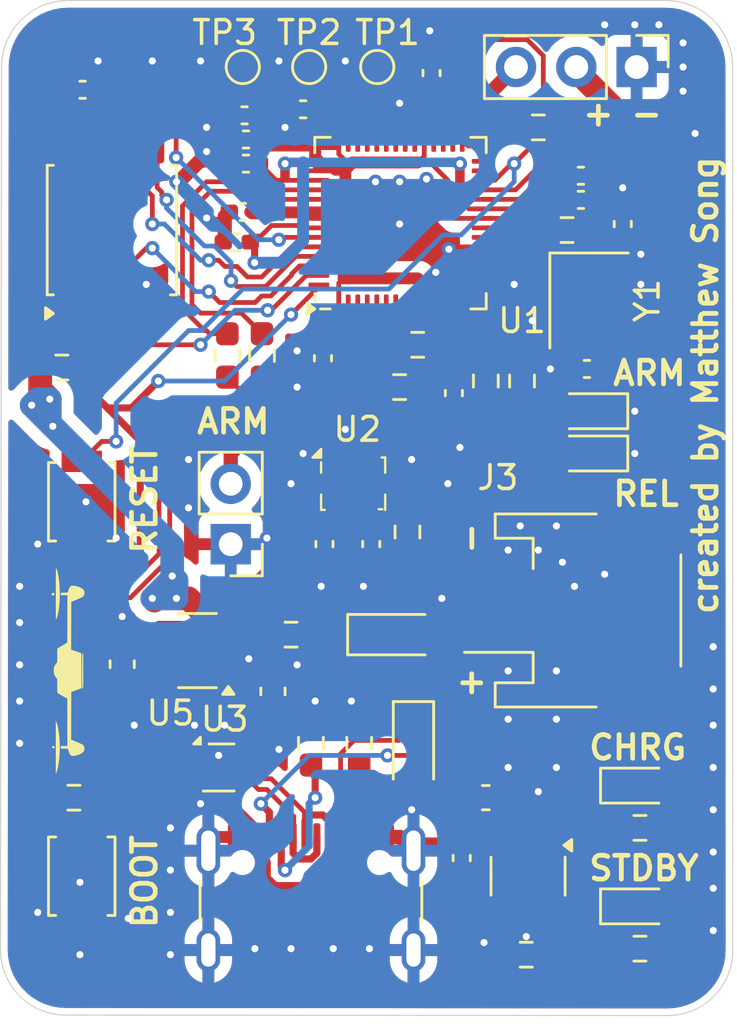
<source format=kicad_pcb>
(kicad_pcb (version 20241229) (generator "pcbnew") (generator_version "9.0")
  (layers (0 "F.Cu" signal) (2 "B.Cu" signal) (13 "F.Paste" user) (15 "B.Paste" user) (5 "F.SilkS" user "F.Silkscreen") (7 "B.SilkS" user "B.Silkscreen") (1 "F.Mask" user) (3 "B.Mask" user) (25 "Edge.Cuts" user))
  (net 0 "")
  (net 2 "Net-(J1-CC2)")
  (net 4 "/QSPI_SD3")
  (net 5 "/QSPI_SD0")
  (net 6 "/Arm_IO")
  (net 7 "GND")
  (net 9 "+1V1")
  (net 10 "/QSPI_SD1")
  (net 12 "/USB_D+")
  (net 13 "Net-(U1-USB_DP)")
  (net 15 "/Servo_PWM")
  (net 16 "/QSPI_SS")
  (net 18 "/QSPI_SCLK")
  (net 23 "/SWDIO")
  (net 25 "/USB_D-")
  (net 26 "/SWCLK")
  (net 29 "+3V3")
  (net 30 "/Baro_SCL")
  (net 31 "/Baro_SDA")
  (net 32 "/D-")
  (net 33 "VBUS")
  (net 34 "/D+")
  (net 35 "/QSPI_SD2")
  (net 36 "Net-(J1-CC1)")
  (net 37 "Net-(R13-Pad1)")
  (net 38 "/RUN")
  (net 39 "/XOUT")
  (net 40 "/XIN")
  (net 41 "Net-(U2-SDO)")
  (net 43 "Net-(U5-EN)")
  (net 44 "Net-(D3-K)")
  (net 45 "Net-(D5-K)")
  (net 46 "+BATT")
  (net 47 "Net-(R16-Pad1)")
  (net 48 "Net-(D6-K)")
  (net 49 "Net-(C15-Pad1)")
  (net 50 "Net-(D1-A)")
  (net 51 "Net-(D2-A)")
  (net 52 "Net-(D5-A)")
  (net 53 "Net-(D6-A)")
  (net 57 "Net-(U1-GPIO27_ADC1)")
  (net 58 "Net-(U1-GPIO28_ADC2)")
  (net 59 "Net-(U1-GPIO29_ADC3)")
  (net 62 "Net-(U1-GPIO11)")
  (net 63 "Net-(U1-GPIO10)")
  (net 67 "Net-(U1-USB_DN)")
  (footprint "Capacitor_SMD:C_0402_1005Metric_Pad0.74x0.62mm_HandSolder" (layer "F.Cu") (at 142.6295 86.106 180)
    (property "Reference" "C13" (hide yes))
    (property "Value" "1u" (hide yes))
  )
  (footprint "LED_SMD:LED_0603_1608Metric_Pad1.05x0.95mm_HandSolder" (layer "F.Cu") (at 157.048 96.52 180)
    (property "Reference" "D1" (hide yes))
    (property "Value" "ARM")
  )
  (footprint "Package_TO_SOT_SMD:SOT-666" (layer "F.Cu") (at 141.478 111.506)
    (property "Reference" "U3")
    (property "Value" "USBLC6-2P6" (hide yes))
  )
  (footprint "Resistor_SMD:R_0603_1608Metric_Pad0.98x0.95mm_HandSolder" (layer "F.Cu") (at 141.844 94.174 90)
    (property "Reference" "R9" (hide yes))
    (property "Value" "27.4" (hide yes))
  )
  (footprint "Button_Switch_SMD:SW_SPST_B3U-1000P" (layer "F.Cu") (at 135.712 116.078 90)
    (property "Reference" "SW1" (hide yes))
    (property "Value" "Boot")
  )
  (footprint "Capacitor_SMD:C_0402_1005Metric_Pad0.74x0.62mm_HandSolder" (layer "F.Cu") (at 135.748 82.998)
    (property "Reference" "C14" (hide yes))
    (property "Value" "100n" (hide yes))
  )
  (footprint "Capacitor_SMD:C_0603_1608Metric_Pad1.08x0.95mm_HandSolder" (layer "F.Cu") (at 152.73 112.776)
    (property "Reference" "C19" (hide yes))
    (property "Value" "10u" (hide yes))
  )
  (footprint "Capacitor_SMD:C_0402_1005Metric_Pad0.74x0.62mm_HandSolder" (layer "F.Cu") (at 151.714 115.316 90)
    (property "Reference" "C20" (hide yes))
    (property "Value" "1u" (hide yes))
  )
  (footprint "Resistor_SMD:R_0603_1608Metric_Pad0.98x0.95mm_HandSolder" (layer "F.Cu") (at 135.382 112.776 180)
    (property "Reference" "R13" (hide yes))
    (property "Value" "1k" (hide yes))
  )
  (footprint "Capacitor_SMD:C_0402_1005Metric_Pad0.74x0.62mm_HandSolder" (layer "F.Cu") (at 145.934 102.108 -90)
    (property "Reference" "C2" (hide yes))
    (property "Value" "100n" (hide yes))
  )
  (footprint "Capacitor_SMD:C_0402_1005Metric_Pad0.74x0.62mm_HandSolder" (layer "F.Cu") (at 156.7345 86.614)
    (property "Reference" "C12" (hide yes))
    (property "Value" "100n" (hide yes))
  )
  (footprint "Capacitor_SMD:C_0402_1005Metric_Pad0.74x0.62mm_HandSolder" (layer "F.Cu") (at 142.57 84.074 180)
    (property "Reference" "C8" (hide yes))
    (property "Value" "100n" (hide yes))
  )
  (footprint "Capacitor_SMD:C_0402_1005Metric_Pad0.74x0.62mm_HandSolder" (layer "F.Cu") (at 156.9885 94.742 180)
    (property "Reference" "C16" (hide yes))
    (property "Value" "20p" (hide yes))
  )
  (footprint "TestPoint:TestPoint_Pad_D1.0mm" (layer "F.Cu") (at 148.158 82.042)
    (property "Reference" "TP1")
    (property "Value" "TestPoint" (hide yes))
  )
  (footprint "Capacitor_SMD:C_0603_1608Metric_Pad1.08x0.95mm_HandSolder" (layer "F.Cu") (at 137.41475 107.16275 90)
    (property "Reference" "C18" (hide yes))
    (property "Value" "10u" (hide yes))
  )
  (footprint "Resistor_SMD:R_0603_1608Metric_Pad0.98x0.95mm_HandSolder" (layer "F.Cu") (at 149.428 101.6 -90)
    (property "Reference" "R17" (hide yes))
    (property "Value" "10k" (hide yes))
  )
  (footprint "Connector_PinHeader_2.54mm:PinHeader_1x03_P2.54mm_Vertical" (layer "F.Cu") (at 159.08 82.042 -90)
    (property "Reference" "J4" (hide yes))
    (property "Value" "Conn_01x03_Pin" (hide yes))
  )
  (footprint "Package_TO_SOT_SMD:SOT-23-6" (layer "F.Cu") (at 154.508 116.078 -90)
    (property "Reference" "U6" (hide yes))
    (property "Value" "TP4057-42-SOT26-R" (hide yes))
  )
  (footprint "Capacitor_SMD:C_0402_1005Metric_Pad0.74x0.62mm_HandSolder" (layer "F.Cu") (at 145.034 83.82 180)
    (property "Reference" "C6" (hide yes))
    (property "Value" "100n" (hide yes))
  )
  (footprint "LED_SMD:LED_0603_1608Metric_Pad1.05x0.95mm_HandSolder" (layer "F.Cu") (at 159.221 112.268)
    (property "Reference" "D5" (hide yes))
    (property "Value" "CHRG")
  )
  (footprint "Resistor_SMD:R_0603_1608Metric_Pad0.98x0.95mm_HandSolder" (layer "F.Cu") (at 159.221 114.046)
    (property "Reference" "R15" (hide yes))
    (property "Value" "1k" (hide yes))
  )
  (footprint "Capacitor_SMD:C_0402_1005Metric_Pad0.74x0.62mm_HandSolder" (layer "F.Cu") (at 145.872 94.2935 -90)
    (property "Reference" "C4" (hide yes))
    (property "Value" "100n" (hide yes))
  )
  (footprint "Resistor_SMD:R_0603_1608Metric_Pad0.98x0.95mm_HandSolder" (layer "F.Cu") (at 149.098 95.504 180)
    (property "Reference" "R3" (hide yes))
    (property "Value" "10k" (hide yes))
  )
  (footprint "Resistor_SMD:R_0603_1608Metric_Pad0.98x0.95mm_HandSolder" (layer "F.Cu") (at 147.396 110.49 90)
    (property "Reference" "R2" (hide yes))
    (property "Value" "5.1k" (hide yes))
  )
  (footprint "Capacitor_SMD:C_0402_1005Metric_Pad0.74x0.62mm_HandSolder" (layer "F.Cu") (at 156.7345 87.63)
    (property "Reference" "C5" (hide yes))
    (property "Value" "100n" (hide yes))
  )
  (footprint "Resistor_SMD:R_0603_1608Metric_Pad0.98x0.95mm_HandSolder" (layer "F.Cu") (at 156.151 88.9 180)
    (property "Reference" "R12" (hide yes))
    (property "Value" "1k" (hide yes))
  )
  (footprint "Capacitor_SMD:C_0402_1005Metric_Pad0.74x0.62mm_HandSolder" (layer "F.Cu") (at 142.6295 85.09 180)
    (property "Reference" "C10" (hide yes))
    (property "Value" "1u" (hide yes))
  )
  (footprint "Resistor_SMD:R_0603_1608Metric_Pad0.98x0.95mm_HandSolder" (layer "F.Cu") (at 144.52675 105.918)
    (property "Reference" "R14" (hide yes))
    (property "Value" "10k" (hide yes))
  )
  (footprint "LOGO" (layer "F.Cu") (at 135.128 107.442 90)
    (property "Reference" "G***" (hide yes))
    (property "Value" "LOGO" (hide yes))
  )
  (footprint "Capacitor_SMD:C_0402_1005Metric_Pad0.74x0.62mm_HandSolder" (layer "F.Cu") (at 147.904 102.108 -90)
    (property "Reference" "C1" (hide yes))
    (property "Value" "100n" (hide yes))
  )
  (footprint "Resistor_SMD:R_0603_1608Metric_Pad0.98x0.95mm_HandSolder" (layer "F.Cu") (at 149.86 93.726)
    (property "Reference" "R4" (hide yes))
    (property "Value" "10k" (hide yes))
  )
  (footprint "Connector_JST:JST_PH_S2B-PH-SM4-TB_1x02-1MP_P2.00mm_Horizontal" (layer "F.Cu") (at 156.434 104.902 90)
    (property "Reference" "J3")
    (property "Value" "JST_PH" (hide yes))
  )
  (footprint "LED_SMD:LED_0603_1608Metric_Pad1.05x0.95mm_HandSolder" (layer "F.Cu") (at 157.048 98.298 180)
    (property "Reference" "D2" (hide yes))
    (property "Value" "REL")
  )
  (footprint "Capacitor_SMD:C_0402_1005Metric_Pad0.74x0.62mm_HandSolder" (layer "F.Cu") (at 142.24 89.408 180)
    (property "Reference" "C11" (hide yes))
    (property "Value" "100n" (hide yes))
  )
  (footprint "TestPoint:TestPoint_Pad_D1.0mm" (layer "F.Cu") (at 145.288 82.042)
    (property "Reference" "TP2")
    (property "Value" "TestPoint" (hide yes))
  )
  (footprint "Capacitor_SMD:C_0402_1005Metric_Pad0.74x0.62mm_HandSolder" (layer "F.Cu") (at 151.384 95.758 -90)
    (property "Reference" "C3" (hide yes))
    (property "Value" "100n" (hide yes))
  )
  (footprint "Resistor_SMD:R_0603_1608Metric_Pad0.98x0.95mm_HandSolder" (layer "F.Cu") (at 159.221 119.126)
    (property "Reference" "R18" (hide yes))
    (property "Value" "1k" (hide yes))
  )
  (footprint "TestPoint:TestPoint_Pad_D1.0mm" (layer "F.Cu") (at 142.494 82.042)
    (property "Reference" "TP3")
    (property "Value" "TestPoint" (hide yes))
  )
  (footprint "Resistor_SMD:R_0603_1608Metric_Pad0.98x0.95mm_HandSolder" (layer "F.Cu") (at 154.94 84.582)
    (property "Reference" "R7" (hide yes))
    (property "Value" "10k" (hide yes))
  )
  (footprint "Connector_USB:USB_C_Receptacle_GCT_USB4105-xx-A_16P_TopMnt_Horizontal" (layer "F.Cu") (at 145.364 118.11)
    (property "Reference" "J1" (hide yes))
    (property "Value" "USB_C_Receptacle_USB2.0_16P" (hide yes))
  )
  (footprint "Package_TO_SOT_SMD:SOT-23-5" (layer "F.Cu") (at 140.58425 106.58875 180)
    (property "Reference" "U5")
    (property "Value" "ME6211C33M5G-N" (hide yes))
  )
  (footprint "Package_LGA:Bosch_LGA-8_2x2.5mm_P0.65mm_ClockwisePinNumbering" (layer "F.Cu") (at 147.142 99.568)
    (property "Reference" "U2")
    (property "Value" "BMP280" (hide yes))
  )
  (footprint "Resistor_SMD:R_0603_1608Metric_Pad0.98x0.95mm_HandSolder" (layer "F.Cu") (at 134.874 94.682)
    (property "Reference" "R11" (hide yes))
    (property "Value" "10k" (hide yes))
  )
  (footprint "Capacitor_SMD:C_0603_1608Metric_Pad1.08x0.95mm_HandSolder" (layer "F.Cu") (at 143.764 108.3045 90)
    (property "Reference" "C17" (hide yes))
    (property "Value" "10u" (hide yes))
  )
  (footprint "Connector_PinHeader_2.54mm:PinHeader_1x02_P2.54mm_Vertical" (layer "F.Cu") (at 141.986 102.113 180)
    (property "Reference" "J2" (hide yes))
    (property "Value" "Conn_01x02_Pin" (hide yes))
  )
  (footprint "Crystal:Crystal_SMD_3225-4Pin_3.2x2.5mm" (layer "F.Cu") (at 157.0765 91.864 -90)
    (property "Reference" "Y1")
    (property "Value" "X322512MSB4SI" (hide yes))
  )
  (footprint "Package_SO:SOIC-8_5.23x5.23mm_P1.27mm" (layer "F.Cu") (at 136.982 88.9 90)
    (property "Reference" "U4" (hide yes))
    (property "Value" "W25Q128JVS" (hide yes))
  )
  (footprint "Resistor_SMD:R_0603_1608Metric_Pad0.98x0.95mm_HandSolder" (layer "F.Cu") (at 154.432 119.38 180)
    (property "Reference" "R16" (hide yes))
    (property "Value" "10k" (hide yes))
  )
  (footprint "Capacitor_SMD:C_0402_1005Metric_Pad0.74x0.62mm_HandSolder" (layer "F.Cu") (at 142.494 88.138 180)
    (property "Reference" "C9" (hide yes))
    (property "Value" "100n" (hide yes))
  )
  (footprint "Diode_SMD:D_SOD-323_HandSoldering" (layer "F.Cu") (at 149.682 110.744 -90)
    (property "Reference" "D3" (hide yes))
    (property "Value" "D" (hide yes))
  )
  (footprint "Resistor_SMD:R_0603_1608Metric_Pad0.98x0.95mm_HandSolder" (layer "F.Cu") (at 152.73 95.25 -90)
    (property "Reference" "R6" (hide yes))
    (property "Value" "1k" (hide yes))
  )
  (footprint "Button_Switch_SMD:SW_SPST_B3U-1000P" (layer "F.Cu") (at 135.712 100.33 90)
    (property "Reference" "SW2" (hide yes))
    (property "Value" "Reset")
  )
  (footprint "Package_DFN_QFN:QFN-56-1EP_7x7mm_P0.4mm_EP3.2x3.2mm" (layer "F.Cu") (at 149.136 88.608 90)
    (property "Reference" "U1")
    (property "Value" "RP2040" (hide yes))
  )
  (footprint "Capacitor_SMD:C_0402_1005Metric_Pad0.74x0.62mm_HandSolder" (layer "F.Cu") (at 150.444 82.296 90)
    (property "Reference" "C7" (hide yes))
    (property "Value" "100n" (hide yes))
  )
  (footprint "Resistor_SMD:R_0603_1608Metric_Pad0.98x0.95mm_HandSolder" (layer "F.Cu") (at 143.304 94.174 90)
    (property "Reference" "R8" (hide yes))
    (property "Value" "27.4" (hide yes))
  )
  (footprint "LED_SMD:LED_0603_1608Metric_Pad1.05x0.95mm_HandSolder" (layer "F.Cu") (at 159.221 117.348)
    (property "Reference" "D6" (hide yes))
    (property "Value" "STDBY")
  )
  (footprint "Resistor_SMD:R_0603_1608Metric_Pad0.98x0.95mm_HandSolder" (layer "F.Cu") (at 145.364 110.49 90)
    (property "Reference" "R1" (hide yes))
    (property "Value" "5.1k" (hide yes))
  )
  (footprint "Resistor_SMD:R_0603_1608Metric_Pad0.98x0.95mm_HandSolder" (layer "F.Cu") (at 154.254 95.25 -90)
    (property "Reference" "R5" (hide yes))
    (property "Value" "1k" (hide yes))
  )
  (footprint "Capacitor_SMD:C_0402_1005Metric_Pad0.74x0.62mm_HandSolder" (layer "F.Cu") (at 158.496 88.646 90)
    (property "Reference" "C15" (hide yes))
    (property "Value" "20p" (hide yes))
  )
  (footprint "Diode_SMD:D_SOD-323_HandSoldering" (layer "F.Cu") (at 148.92 105.918)
    (property "Reference" "D4" (hide yes))
    (property "Value" "D" (hide yes))
  )
  (gr_line (start 132.294159 119.182344) (end 132.334 82.042) (stroke (width 0.05)) (layer "Edge.Cuts"))
  (gr_arc (start 163.128035 119.201957) (mid 162.306 121.158) (end 160.333456 121.939612) (stroke (width 0.05)) (layer "Edge.Cuts"))
  (gr_line (start 163.124344 82.042) (end 163.128035 119.201957) (stroke (width 0.05)) (layer "Edge.Cuts"))
  (gr_line (start 135.031815 121.92) (end 160.333456 121.939612) (stroke (width 0.05)) (layer "Edge.Cuts"))
  (gr_arc (start 135.031815 121.92) (mid 133.096 121.118159) (end 132.294159 119.182344) (stroke (width 0.05)) (layer "Edge.Cuts"))
  (gr_arc (start 132.334 82.042) (mid 133.152344 80.066344) (end 135.128 79.248) (stroke (width 0.05)) (layer "Edge.Cuts"))
  (gr_arc (start 160.330344 79.248) (mid 162.306 80.066344) (end 163.124344 82.042) (stroke (width 0.05)) (layer "Edge.Cuts"))
  (gr_line (start 135.128 79.248) (end 160.330344 79.248) (stroke (width 0.05)) (layer "Edge.Cuts"))
  (gr_text "+" (at 151.384 108.458 0) (layer "F.SilkS") (effects (font (size 1 1) (thickness 0.2) (bold yes)) (justify left bottom)))
  (gr_text "+" (at 156.718 84.582 0) (layer "F.SilkS") (effects (font (size 1 1) (thickness 0.2) (bold yes)) (justify left bottom)))
  (gr_text "ARM" (at 140.462 97.536 0) (layer "F.SilkS") (effects (font (size 1 1) (thickness 0.2) (bold yes)) (justify left bottom)))
  (gr_text "CHRG" (at 156.972 111.252 0) (layer "F.SilkS") (effects (font (size 1 1) (thickness 0.2) (bold yes)) (justify left bottom)))
  (gr_text "REL" (at 157.988 100.584 0) (layer "F.SilkS") (effects (font (size 1 1) (thickness 0.2) (bold yes)) (justify left bottom)))
  (gr_text "BOOT" (at 138.938 118.364 90) (layer "F.SilkS") (effects (font (size 1 1) (thickness 0.2) (bold yes)) (justify left bottom)))
  (gr_text "STDBY" (at 156.972 116.332 0) (layer "F.SilkS") (effects (font (size 1 1) (thickness 0.2) (bold yes)) (justify left bottom)))
  (gr_text "ARM" (at 157.988 95.504 0) (layer "F.SilkS") (effects (font (size 1 1) (thickness 0.2) (bold yes)) (justify left bottom)))
  (gr_text "RESET" (at 138.938 102.616 90) (layer "F.SilkS") (effects (font (size 1 1) (thickness 0.2) (bold yes)) (justify left bottom)))
  (gr_text "-" (at 152.654 102.616 90) (layer "F.SilkS") (effects (font (size 1 1) (thickness 0.2) (bold yes)) (justify left bottom)))
  (gr_text "created by Matthew Song" (at 162.56 105.156 90) (layer "F.SilkS") (effects (font (size 1 1) (thickness 0.2) (bold yes)) (justify left bottom)))
  (gr_text "-" (at 158.75 84.582 0) (layer "F.SilkS") (effects (font (size 1 1) (thickness 0.2) (bold yes)) (justify left bottom)))
  (segment (start 147.114 114.43) (end 147.114 113.462368) (width 0.3) (layer "F.Cu") (net 2))
  (segment (start 147.32 111.4785) (end 147.396 111.4025) (width 0.3) (layer "F.Cu") (net 2))
  (segment (start 147.32 113.256368) (end 147.32 111.4785) (width 0.3) (layer "F.Cu") (net 2))
  (segment (start 147.114 113.462368) (end 147.32 113.256368) (width 0.3) (layer "F.Cu") (net 2))
  (segment (start 144.010031 89.308) (end 144.110031 89.208) (width 0.2) (layer "F.Cu") (net 4))
  (segment (start 139.687 85.852) (end 139.687 84.659448) (width 0.2) (layer "F.Cu") (net 4))
  (segment (start 144.110031 89.208) (end 145.6985 89.208) (width 0.2) (layer "F.Cu") (net 4))
  (segment (start 139.687 84.659448) (end 139.227552 84.2) (width 0.2) (layer "F.Cu") (net 4))
  (segment (start 136.347 85.129448) (end 136.347 85.3) (width 0.2) (layer "F.Cu") (net 4))
  (segment (start 137.276448 84.2) (end 136.347 85.129448) (width 0.2) (layer "F.Cu") (net 4))
  (segment (start 139.227552 84.2) (end 137.276448 84.2) (width 0.2) (layer "F.Cu") (net 4))
  (via (at 144.010031 89.308) (size 0.6) (drill 0.3) (layers "F.Cu" "B.Cu") (net 4))
  (via (at 139.687 85.852) (size 0.6) (drill 0.3) (layers "F.Cu" "B.Cu") (net 4))
  (segment (start 143.156 89.308) (end 144.010031 89.308) (width 0.2) (layer "B.Cu") (net 4))
  (segment (start 139.687 85.852) (end 139.7 85.852) (width 0.2) (layer "B.Cu") (net 4))
  (segment (start 139.7 85.852) (end 143.156 89.308) (width 0.2) (layer "B.Cu") (net 4))
  (segment (start 139.084 87.43) (end 139.084 87.302315) (width 0.2) (layer "F.Cu") (net 5))
  (segment (start 142.24147 91.274) (end 143.458245 91.274) (width 0.2) (layer "F.Cu") (net 5))
  (segment (start 143.458245 91.274) (end 144.724245 90.008) (width 0.2) (layer "F.Cu") (net 5))
  (segment (start 139.084 87.302315) (end 138.887 87.105315) (width 0.2) (layer "F.Cu") (net 5))
  (segment (start 144.724245 90.008) (end 145.6985 90.008) (width 0.2) (layer "F.Cu") (net 5))
  (segment (start 138.887 87.105315) (end 138.887 85.3) (width 0.2) (layer "F.Cu") (net 5))
  (segment (start 141.997627 91.030157) (end 142.24147 91.274) (width 0.2) (layer "F.Cu") (net 5))
  (segment (start 139.284 87.63) (end 139.084 87.43) (width 0.2) (layer "F.Cu") (net 5))
  (via (at 139.284 87.63) (size 0.6) (drill 0.3) (layers "F.Cu" "B.Cu") (net 5))
  (via (at 141.997627 91.030157) (size 0.6) (drill 0.3) (layers "F.Cu" "B.Cu") (net 5))
  (segment (start 141.997627 90.257969) (end 141.997627 91.030157) (width 0.2) (layer "B.Cu") (net 5))
  (segment (start 141.310529 89.570871) (end 141.997627 90.257969) (width 0.2) (layer "B.Cu") (net 5))
  (segment (start 139.284 87.976) (end 140.878871 89.570871) (width 0.2) (layer "B.Cu") (net 5))
  (segment (start 139.284 87.63) (end 139.284 87.976) (width 0.2) (layer "B.Cu") (net 5))
  (segment (start 140.878871 89.570871) (end 141.310529 89.570871) (width 0.2) (layer "B.Cu") (net 5))
  (segment (start 146.812 95.504) (end 146.812 93.726) (width 0.6) (layer "F.Cu") (net 6))
  (segment (start 146.936 92.0455) (end 146.936 93.602) (width 0.2) (layer "F.Cu") (net 6))
  (segment (start 141.986 98.298) (end 143.51 96.774) (width 0.6) (layer "F.Cu") (net 6))
  (segment (start 146.936 93.602) (end 146.812 93.726) (width 0.2) (layer "F.Cu") (net 6))
  (segment (start 145.542 96.774) (end 146.812 95.504) (width 0.6) (layer "F.Cu") (net 6))
  (segment (start 143.51 96.774) (end 145.542 96.774) (width 0.6) (layer "F.Cu") (net 6))
  (segment (start 141.986 99.573) (end 141.986 98.298) (width 0.6) (layer "F.Cu") (net 6))
  (segment (start 149.098 88.646) (end 149.136 88.608) (width 0.3) (layer "F.Cu") (net 7))
  (segment (start 141.228 112.518) (end 141.228 111.248) (width 0.3) (layer "F.Cu") (net 7))
  (segment (start 142.40275 106.58875) (end 142.748 106.934) (width 0.6) (layer "F.Cu") (net 7))
  (segment (start 154.94 112.522) (end 154.508 112.954) (width 0.6) (layer "F.Cu") (net 7))
  (segment (start 145.504 98.768) (end 145.034 98.298) (width 0.3) (layer "F.Cu") (net 7))
  (segment (start 139.802371 86.868) (end 139.7 86.868) (width 0.6) (layer "F.Cu") (net 7))
  (segment (start 144.4665 83.82) (end 144.4665 84.3875) (width 0.5) (layer "F.Cu") (net 7))
  (segment (start 153.0115 118.872) (end 153.5195 119.38) (width 0.3) (layer "F.Cu") (net 7))
  (segment (start 138.887 91.643) (end 138.887 92.5) (width 0.5) (layer "F.Cu") (net 7))
  (segment (start 143.764 107.442) (end 144.526 107.442) (width 0.6) (layer "F.Cu") (net 7))
  (segment (start 141.732 88.646) (end 141.732 89.3485) (width 0.6) (layer "F.Cu") (net 7))
  (segment (start 140.97 85.700371) (end 139.802371 86.868) (width 0.6) (layer "F.Cu") (net 7))
  (segment (start 154.508 112.954) (end 154.508 114.9405) (width 0.6) (layer "F.Cu") (net 7))
  (segment (start 149.136 87.846) (end 149.136 88.608) (width 0.3) (layer "F.Cu") (net 7))
  (segment (start 146.167 98.768) (end 145.504 98.768) (width 0.3) (layer "F.Cu") (net 7))
  (segment (start 159.258 89.916) (end 159.258 90.424) (width 0.6) (layer "F.Cu") (net 7))
  (segment (start 140.553 111.506) (end 140.97 111.506) (width 0.3) (layer "F.Cu") (net 7))
  (segment (start 149.109 114.43) (end 149.684 115.005) (width 0.6) (layer "F.Cu") (net 7))
  (segment (start 156.421 93.1585) (end 156.2265 92.964) (width 0.4) (layer "F.Cu") (net 7))
  (segment (start 153.67 119.38) (end 154.432 118.618) (width 0.3) (layer "F.Cu") (net 7))
  (segment (start 141.72175 106.58875) (end 142.40275 106.58875) (width 0.6) (layer "F.Cu") (net 7))
  (segment (start 145.364 108.89) (end 145.542 108.712) (width 0.6) (layer "F.Cu") (net 7))
  (segment (start 141.732 88.3325) (end 141.732 88.646) (width 0.6) (layer "F.Cu") (net 7))
  (segment (start 147.396 109.5775) (end 147.396 109.042) (width 0.6) (layer "F.Cu") (net 7))
  (segment (start 141.9265 88.138) (end 141.732 88.3325) (width 0.6) (layer "F.Cu") (net 7))
  (segment (start 151.173265 89.705265) (end 150.233265 89.705265) (width 0.3) (layer "F.Cu") (net 7))
  (segment (start 150.622 90.678) (end 150.622 90.094) (width 0.3) (layer "F.Cu") (net 7))
  (segment (start 141.732 88.646) (end 141.224 88.646) (width 0.6) (layer "F.Cu") (net 7))
  (segment (start 144.4665 84.3875) (end 144.272 84.582) (width 0.5) (layer "F.Cu") (net 7))
  (segment (start 138.43 91.186) (end 138.887 91.643) (width 0.5) (layer "F.Cu") (net 7))
  (segment (start 157.486 86.798) (end 157.302 86.798) (width 1) (layer "F.Cu") (net 7))
  (segment (start 148.79 99.368) (end 149.606 98.552) (width 0.3) (layer "F.Cu") (net 7))
  (segment (start 141.732 89.3485) (end 141.6725 89.408) (width 0.6) (layer "F.Cu") (net 7))
  (segment (start 147.396 109.042) (end 147.066 108.712) (width 0.6) (layer "F.Cu") (net 7))
  (segment (start 154.94 112.522) (end 153.8465 112.522) (width 0.6) (layer "F.Cu") (net 7))
  (segment (start 152.654 118.872) (end 153.0115 118.872) (width 0.3) (layer "F.Cu") (net 7))
  (segment (start 146.817 100.368) (end 146.817 99.950106) (width 0.3) (layer "F.Cu") (net 7))
  (segment (start 151.714 114.7485) (end 149.9405 114.7485) (width 0.6) (layer "F.Cu") (net 7))
  (segment (start 141.224 88.646) (end 140.97 88.392) (width 0.6) (layer "F.Cu") (net 7))
  (segment (start 147.399106 99.368) (end 148.79 99.368) (width 0.3) (layer "F.Cu") (net 7))
  (segment (start 157.81 87.122) (end 157.486 86.798) (width 1) (layer "F.Cu") (net 7))
  (segment (start 151.27053 89.608) (end 151.173265 89.705265) (width 0.2) (layer "F.Cu") (net 7))
  (segment (start 141.228 111.248) (end 141.478 110.998) (width 0.3) (layer "F.Cu") (net 7))
  (segment (start 157.9265 90.764) (end 158.918 90.764) (width 1) (layer "F.Cu") (net 7))
  (segment (start 140.716 113.03) (end 141.228 112.518) (width 0.3) (layer "F.Cu") (net 7))
  (segment (start 150.230735 86.751265) (end 149.136 87.846) (width 0.3) (layer "F.Cu") (net 7))
  (segment (start 153.8465 112.522) (end 153.5925 112.776) (width 0.6) (layer "F.Cu") (net 7))
  (segment (start 144.526 107.442) (end 144.78 107.188) (width 0.6) (layer "F.Cu") (net 7))
  (segment (start 159.258 90.424) (end 158.918 90.764) (width 0.6) (layer "F.Cu") (net 7))
  (segment (start 141.097 111.379) (end 141.478 110.998) (width 0.3) (layer "F.Cu") (net 7))
  (segment (start 158.496 87.122) (end 158.496 88.0785) (width 1) (layer "F.Cu") (net 7))
  (segment (start 158.496 87.122) (end 157.81 87.122) (width 1) (layer "F.Cu") (net 7))
  (segment (start 146.817 99.950106) (end 147.399106 99.368) (width 0.3) (layer "F.Cu") (net 7))
  (segment (start 148.564 114.43) (end 149.109 114.43) (width 0.6) (layer "F.Cu") (net 7))
  (segment (start 159.258 91.186) (end 159.258 91.104) (width 0.6) (layer "F.Cu") (net 7))
  (segment (start 143.764 107.442) (end 143.256 107.442) (width 0.6) (layer "F.Cu") (net 7))
  (segment (start 156.421 94.742) (end 156.421 93.1585) (width 0.4) (layer "F.Cu") (net 7))
  (segment (start 152.5735 89.608) (end 151.27053 89.608) (width 0.2) (layer "F.Cu") (net 7))
  (segment (start 143.256 107.442) (end 142.748 106.934) (width 0.6) (layer "F.Cu") (net 7))
  (segment (start 140.97 85.598) (end 140.97 85.700371) (width 0.6) (layer "F.Cu") (net 7))
  (segment (start 140.97 111.506) (end 141.097 111.379) (width 0.3) (layer "F.Cu") (net 7))
  (segment (start 153.5195 119.38) (end 153.67 119.38) (width 0.3) (layer "F.Cu") (net 7))
  (segment (start 159.258 91.104) (end 158.918 90.764) (width 0.6) (layer "F.Cu") (net 7))
  (segment (start 149.9405 114.7485) (end 149.684 115.005) (width 0.6) (layer "F.Cu") (net 7))
  (segment (start 150.622 90.094) (end 149.136 88.608) (width 0.3) (layer "F.Cu") (net 7))
  (segment (start 145.364 109.5775) (end 145.364 108.89) (width 0.6) (layer "F.Cu") (net 7))
  (segment (start 150.233265 89.705265) (end 149.136 88.608) (width 0.3) (layer "F.Cu") (net 7))
  (segment (start 157.81 87.122) (end 157.302 87.63) (width 1) (layer "F.Cu") (net 7))
  (via (at 144.272 84.582) (size 0.6) (drill 0.3) (layers "F.Cu" "B.Cu") (net 7))
  (via (at 156.464 103.886) (size 0.6) (drill 0.3) (layers "F.Cu" "B.Cu") (net 7))
  (via (at 162.306 115.062) (size 0.6) (drill 0.3) (layers "F.Cu" "B.Cu") (net 7))
  (via (at 145.542 108.712) (size 0.6) (drill 0.3) (layers "F.Cu" "B.Cu") (net 7))
  (via (at 151.173265 89.705265) (size 0.6) (drill 0.3) (layers "F.Cu" "B.Cu") (net 7))
  (via (at 133.096 107.188) (size 0.6) (drill 0.3) (layers "F.Cu" "B.Cu") (net 7))
  (via (at 147.066 108.712) (size 0.6) (drill 0.3) (layers "F.Cu" "B.Cu") (net 7))
  (via (at 161.544 84.836) (size 0.6) (drill 0.3) (layers "F.Cu" "B.Cu") (net 7))
  (via (at 137.16 101.854) (size 0.6) (drill 0.3) (layers "F.Cu" "B.Cu") (net 7))
  (via (at 153.67 102.362) (size 0.6) (drill 0.3) (layers "F.Cu" "B.Cu") (net 7))
  (via (at 137.414 105.156) (size 0.6) (drill 0.3) (layers "F.Cu" "B.Cu") (net 7))
  (via (at 162.306 113.284) (size 0.6) (drill 0.3) (layers "F.Cu" "B.Cu") (net 7))
  (via (at 139.446 115.824) (size 0.6) (drill 0.3) (layers "F.Cu" "B.Cu") (net 7))
  (via (at 152.654 118.872) (size 0.6) (drill 0.3) (layers "F.Cu" "B.Cu") (net 7))
  (via (at 140.716 113.03) (size 0.6) (drill 0.3) (layers "F.Cu" "B.Cu") (net 7))
  (via (at 140.97 88.392) (size 0.6) (drill 0.3) (layers "F.Cu" "B.Cu") (net 7))
  (via (at 155.956 102.87) (size 0.6) (drill 0.3) (layers "F.Cu" "B.Cu") (net 7))
  (via (at 140.716 81.788) (size 0.6) (drill 0.3) (layers "F.Cu" "B.Cu") (net 7))
  (via (at 148.082 86.868) (size 0.6) (drill 0.3) (layers "F.Cu" "B.Cu") (net 7))
  (via (at 161.036 83.058) (size 0.6) (drill 0.3) (layers "F.Cu" "B.Cu") (net 7))
  (via (at 146.812 97.282) (size 0.6) (drill 0.3) (layers "F.Cu" "B.Cu") (net 7))
  (via (at 145.034 98.298) (size 0.6) (drill 0.3) (layers "F.Cu" "B.Cu") (net 7))
  (via (at 160.02 80.264) (size 0.6) (drill 0.3) (layers "F.Cu" "B.Cu") (net 7))
  (via (at 162.306 106.426) (size 0.6) (drill 0.3) (layers "F.Cu" "B.Cu") (net 7))
  (via (at 151.638 98.044) (size 0.6) (drill 0.3) (layers "F.Cu" "B.Cu") (net 7))
  (via (at 161.036 82.042) (size 0.6) (drill 0.3) (layers "F.Cu" "B.Cu") (net 7))
  (via (at 149.606 98.552) (size 0.6) (drill 0.3) (layers "F.Cu" "B.Cu") (net 7))
  (via (at 159.004 98.298) (size 0.6) (drill 0.3) (layers "F.Cu" "B.Cu") (net 7))
  (via (at 158.496 87.122) (size 0.6) (drill 0.3) (layers "F.Cu" "B.Cu") (net 7))
  (via (at 154.94 112.522) (size 0.6) (drill 0.3) (layers "F.Cu" "B.Cu") (net 7))
  (via (at 159.258 89.916) (size 0.6) (drill 0.3) (layers "F.Cu" "B.Cu") (net 7))
  (via (at 133.858 117.602) (size 0.6) (drill 0.3) (layers "F.Cu" "B.Cu") (net 7))
  (via (at 154.94 102.362) (size 0.6) (drill 0.3) (layers "F.Cu" "B.Cu") (net 7))
  (via (at 154.686 92.71) (size 0.6) (drill 0.3) (layers "F.Cu" "B.Cu") (net 7))
  (via (at 133.096 105.41) (size 0.6) (drill 0.3) (layers "F.Cu" "B.Cu") (net 7))
  (via (at 135.89 100.33) (size 0.6) (drill 0.3) (layers "F.Cu" "B.Cu") (net 7))
  (via (at 155.702 101.346) (size 0.6) (drill 0.3) (layers "F.Cu" "B.Cu") (net 7))
  (via (at 135.636 116.332) (size 0.6) (drill 0.3) (layers "F.Cu" "B.Cu") (net 7))
  (via (at 149.098 88.646) (size 0.6) (drill 0.3) (layers "F.Cu" "B.Cu") (net 7))
  (via (at 159.258 91.186) (size 0.6) (drill 0.3) (layers "F.Cu" "B.Cu") (net 7))
  (via (at 138.684 81.788) (size 0.6) (drill 0.3) (layers "F.Cu" "B.Cu") (net 7))
  (via (at 144.018 81.788) (size 0.6) (drill 0.3) (layers "F.Cu" "B.Cu") (net 7))
  (via (at 162.306 108.204) (size 0.6) (drill 0.3) (layers "F.Cu" "B.Cu") (net 7))
  (via (at 144.018 110.744) (size 0.6) (drill 0.3) (layers "F.Cu" "B.Cu") (net 7))
  (via (at 153.67 111.506) (size 0.6) (drill 0.3) (layers "F.Cu" "B.Cu") (net 7))
  (via (at 141.478 110.998) (size 0.6) (drill 0.3) (layers "F.Cu" "B.Cu") (net 7))
  (via (at 155.702 111.506) (size 0.6) (drill 0.3) (layers "F.Cu" "B.Cu") (net 7))
  (via (at 139.446 114.046) (size 0.6) (drill 0.3) (layers "F.Cu" "B.Cu") (net 7))
  (via (at 133.096 108.712) (size 0.6) (drill 0.3) (layers "F.Cu" "B.Cu") (net 7))
  (via (at 133.096 103.886) (size 0.6) (drill 0.3) (layers "F.Cu" "B.Cu") (net 7))
  (via (at 137.668 117.856) (size 0.6) (drill 0.3) (layers "F.Cu" "B.Cu") (net 7))
  (via (at 140.208 100.584) (size 0.6) (drill 0.3) (layers "F.Cu" "B.Cu") (net 7))
  (via (at 153.67 107.442) (size 0.6) (drill 0.3) (layers "F.Cu" "B.Cu") (net 7))
  (via (at 150.622 90.678) (size 0.6) (drill 0.3) (layers "F.Cu" "B.Cu") (net 7))
  (via (at 150.368 80.518) (size 0.6) (drill 0.3) (layers "F.Cu" "B.Cu") (net 7))
  (via (at 145.796 103.886) (size 0.6) (drill 0.3) (layers "F.Cu" "B.Cu") (net 7))
  (via (at 162.306 109.728) (size 0.6) (drill 0.3) (layers "F.Cu" "B.Cu") (net 7))
  (via (at 142.748 106.934) (size 0.6) (drill 0.3) (layers "F.Cu" "B.Cu") (net 7))
  (via (at 144.78 93.98) (size 0.6) (drill 0.3) (layers "F.Cu" "B.Cu") (net 7))
  (via (at 157.734 103.378) (size 0.6) (drill 0.3) (layers "F.Cu" "B.Cu") (net 7))
  (via (at 139.446 119.38) (size 0.6) (drill 0.3) (layers "F.Cu" "B.Cu") (net 7))
  (via (at 161.036 81.026) (size 0.6) (drill 0.3) (layers "F.Cu" "B.Cu") (net 7))
  (via (at 139.7 86.868) (size 0.6) (drill 0.3) (layers "F.Cu" "B.Cu") (net 7))
  (via (at 143.51 101.854) (size 0.6) (drill 0.3) (layers "F.Cu" "B.Cu") (net 7))
  (via (at 162.306 118.364) (size 0.6) (drill 0.3) (layers "F.Cu" "B.Cu") (net 7))
  (via (at 153.67 109.474) (size 0.6) (drill 0.3) (layers "F.Cu" "B.Cu") (net 7))
  (via (at 144.78 107.188) (size 0.6) (drill 0.3) (layers "F.Cu" "B.Cu") (net 7))
  (via (at 153.924 91.186) (size 0.6) (drill 0.3) (layers "F.Cu" "B.Cu") (net 7))
  (via (at 140.97 85.598) (size 0.6) (drill 0.3) (layers "F.Cu" "B.Cu") (net 7))
  (via (at 159.004 96.52) (size 0.6) (drill 0.3) (layers "F.Cu" "B.Cu") (net 7))
  (via (at 146.812 81.788) (size 0.6) (drill 0.3) (layers "F.Cu" "B.Cu") (net 7))
  (via (at 140.97 84.582) (size 0.6) (drill 0.3) (layers "F.Cu" "B.Cu") (net 7))
  (via (at 133.096 110.49) (size 0.6) (drill 0.3) (layers "F.Cu" "B.Cu") (net 7))
  (via (at 155.448 94.742) (size 0.6) (drill 0.3) (layers "F.Cu" "B.Cu") (net 7))
  (via (at 149.606 113.284) (size 0.6) (drill 0.3) (layers "F.Cu" "B.Cu") (net 7))
  (via (at 147.574 103.886) (size 0.6) (drill 0.3) (layers "F.Cu" "B.Cu") (net 7))
  (via (at 155.702 109.474) (size 0.6) (drill 0.3) (layers "F.Cu" "B.Cu") (net 7))
  (via (at 154.178 101.346) (size 0.6) (drill 0.3) (layers "F.Cu" "B.Cu") (net 7))
  (via (at 155.702 107.442) (size 0.6) (drill 0.3) (layers "F.Cu" "B.Cu") (net 7))
  (via (at 144.526 119.126) (size 0.6) (drill 0.3) (layers "F.Cu" "B.Cu") (net 7))
  (via (at 133.858 102.108) (size 0.6) (drill 0.3) (layers "F.Cu" "B.Cu") (net 7))
  (via (at 159.004 80.264) (size 0.6) (drill 0.3) (layers "F.Cu" "B.Cu") (net 7))
  (via (at 139.446 117.602) (size 0.6) (drill 0.3) (layers "F.Cu" "B.Cu") (net 7))
  (via (at 137.922 109.728) (size 0.6) (drill 0.3) (layers "F.Cu" "B.Cu") (net 7))
  (via (at 138.43 91.186) (size 0.6) (drill 0.3) (layers "F.Cu" "B.Cu") (net 7))
  (via (at 135.636 119.38) (size 0.6) (drill 0.3) (layers "F.Cu" "B.Cu") (net 7))
  (via (at 140.462 109.728) (size 0.6) (drill 0.3) (layers "F.Cu" "B.Cu") (net 7))
  (via (at 143.002 119.126) (size 0.6) (drill 0.3) (layers "F.Cu" "B.Cu") (net 7))
  (via (at 141.732 109.728) (size 0.6) (drill 0.3) (layers "F.Cu" "B.Cu") (net 7))
  (via (at 151.13 99.568) (size 0.6) (drill 0.3) (layers "F.Cu" "B.Cu") (net 7))
  (via (at 150.230735 86.751265) (size 0.6) (drill 0.3) (layers "F.Cu" "B.Cu") (net 7))
  (via (at 162.306 116.586) (size 0.6) (drill 0.3) (layers "F.Cu" "B.Cu") (net 7))
  (via (at 136.398 81.788) (size 0.6) (drill 0.3) (layers "F.Cu" "B.Cu") (net 7))
  (via (at 144.526 99.568) (size 0.6) (drill 0.3) (layers "F.Cu" "B.Cu") (net 7))
  (via (at 149.098 86.868) (size 0.6) (drill 0.3) (layers "F.Cu" "B.Cu") (net 7))
  (via (at 146.304 119.126) (size 0.6) (drill 0.3) (layers "F.Cu" "B.Cu") (net 7))
  (via (at 157.734 80.264) (size 0.6) (drill 0.3) (layers "F.Cu" "B.Cu") (net 7))
  (via (at 154.432 118.618) (size 0.6) (drill 0.3) (layers "F.Cu" "B.Cu") (net 7))
  (via (at 144.78 95.504) (size 0.6) (drill 0.3) (layers "F.Cu" "B.Cu") (net 7))
  (via (at 140.208 98.552) (size 0.6) (drill 0.3) (layers "F.Cu" "B.Cu") (net 7))
  (via (at 149.098 83.566) (size 0.6) (drill 0.3) (layers "F.Cu" "B.Cu") (net 7))
  (via (at 162.306 111.506) (size 0.6) (drill 0.3) (layers "F.Cu" "B.Cu") (net 7))
  (via (at 147.828 119.126) (size 0.6) (drill 0.3) (layers "F.Cu" "B.Cu") (net 7))
  (via (at 150.876 104.394) (size 0.6) (drill 0.3) (layers "F.Cu" "B.Cu") (net 7))
  (segment (start 140.97 88.138) (end 140.97 88.392) (width 0.6) (layer "B.Cu") (net 7))
  (segment (start 139.7 86.868) (end 140.97 88.138) (width 0.6) (layer "B.Cu") (net 7))
  (segment (start 144.807818 88.708) (end 143.702 88.708) (width 0.2) (layer "F.Cu") (net 9))
  (segment (start 145.6985 86.808) (end 143.899 86.808) (width 0.2) (layer "F.Cu") (net 9))
  (segment (start 152.5735 88.008) (end 152.016 88.008) (width 0.2) (layer "F.Cu") (net 9))
  (segment (start 155.704592 86.614) (end 156.167 86.614) (width 0.2) (layer "F.Cu") (net 9))
  (segment (start 152.016 88.008) (end 151.638 87.63) (width 0.2) (layer "F.Cu") (net 9))
  (segment (start 142.991279 90.274) (end 142.991279 89.591779) (width 0.3) (layer "F.Cu") (net 9))
  (segment (start 145.6985 88.808) (end 144.907818 88.808) (width 0.2) (layer "F.Cu") (net 9))
  (segment (start 144.907818 88.808) (end 144.807818 88.708) (width 0.2) (layer "F.Cu") (net 9))
  (segment (start 151.638 87.63) (end 151.638 86.106) (width 0.4) (layer "F.Cu") (net 9))
  (segment (start 154.310592 88.008) (end 155.704592 86.614) (width 0.2) (layer "F.Cu") (net 9))
  (segment (start 142.991279 89.591779) (end 142.8075 89.408) (width 0.3) (layer "F.Cu") (net 9))
  (segment (start 152.5735 88.008) (end 154.310592 88.008) (width 0.2) (layer "F.Cu") (net 9))
  (segment (start 143.702 88.708) (end 143.256 89.154) (width 0.2) (layer "F.Cu") (net 9))
  (segment (start 143.256 89.154) (end 142.8075 89.154) (width 0.2) (layer "F.Cu") (net 9))
  (segment (start 144.272 86.106) (end 144.272 86.708) (width 0.4) (layer "F.Cu") (net 9))
  (segment (start 143.899 86.808) (end 143.197 86.106) (width 0.2) (layer "F.Cu") (net 9))
  (via (at 142.991279 90.274) (size 0.6) (drill 0.3) (layers "F.Cu" "B.Cu") (net 9))
  (via (at 144.272 86.106) (size 0.6) (drill 0.3) (layers "F.Cu" "B.Cu") (net 9))
  (via (at 151.638 86.106) (size 0.6) (drill 0.3) (layers "F.Cu" "B.Cu") (net 9))
  (segment (start 144.272 86.106) (end 144.326735 86.051265) (width 0.4) (layer "B.Cu") (net 9))
  (segment (start 151.583265 86.051265) (end 151.638 86.106) (width 0.4) (layer "B.Cu") (net 9))
  (segment (start 144.326735 86.051265) (end 145.034 86.051265) (width 0.4) (layer "B.Cu") (net 9))
  (segment (start 145.034 89.344692) (end 145.034 86.051265) (width 0.5) (layer "B.Cu") (net 9))
  (segment (start 145.034 86.051265) (end 151.583265 86.051265) (width 0.4) (layer "B.Cu") (net 9))
  (segment (start 144.104692 90.274) (end 145.034 89.344692) (width 0.5) (layer "B.Cu") (net 9))
  (segment (start 142.991279 90.274) (end 144.104692 90.274) (width 0.5) (layer "B.Cu") (net 9))
  (segment (start 136.773001 93.726) (end 140.716 93.726) (width 0.2) (layer "F.Cu") (net 10))
  (segment (start 136.347 93.299999) (end 136.773001 93.726) (width 0.2) (layer "F.Cu") (net 10))
  (segment (start 143.538476 92.274) (end 143.69864 92.274) (width 0.2) (layer "F.Cu") (net 10))
  (segment (start 145.16464 90.808) (end 145.6985 90.808) (width 0.2) (layer "F.Cu") (net 10))
  (segment (start 136.347 92.5) (end 136.347 93.299999) (width 0.2) (layer "F.Cu") (net 10))
  (segment (start 143.69864 92.274) (end 145.16464 90.808) (width 0.2) (layer "F.Cu") (net 10))
  (via (at 140.716 93.726) (size 0.6) (drill 0.3) (layers "F.Cu" "B.Cu") (net 10))
  (via (at 143.538476 92.274) (size 0.6) (drill 0.3) (layers "F.Cu" "B.Cu") (net 10))
  (segment (start 143.538476 92.274) (end 142.168 92.274) (width 0.2) (layer "B.Cu") (net 10))
  (segment (start 142.168 92.274) (end 140.716 93.726) (width 0.2) (layer "B.Cu") (net 10))
  (segment (start 140.14559 111.056) (end 139.92059 111.281) (width 0.2) (layer "F.Cu") (net 12))
  (segment (start 135.977743 111.021543) (end 135.977743 104.624457) (width 0.2) (layer "F.Cu") (net 12))
  (segment (start 140.3012 97.253) (end 141.934564 97.253) (width 0.2) (layer "F.Cu") (net 12))
  (segment (start 142.799 95.604) (end 143.304 95.099) (width 0.2) (layer "F.Cu") (net 12))
  (segment (start 139.417 102.7092) (end 139.417 98.1372) (width 0.2) (layer "F.Cu") (net 12))
  (segment (start 141.934564 97.253) (end 142.799 96.388564) (width 0.2) (layer "F.Cu") (net 12))
  (segment (start 140.165499 111.056) (end 140.14559 111.056) (width 0.2) (layer "F.Cu") (net 12))
  (segment (start 137.7612 104.365) (end 139.417 102.7092) (width 0.2) (layer "F.Cu") (net 12))
  (segment (start 140.252999 110.9685) (end 140.165499 111.056) (width 0.2) (layer "F.Cu") (net 12))
  (segment (start 142.799 96.388564) (end 142.799 95.604) (width 0.2) (layer "F.Cu") (net 12))
  (segment (start 135.977743 104.624457) (end 136.2372 104.365) (width 0.2) (layer "F.Cu") (net 12))
  (segment (start 136.2372 104.365) (end 137.7612 104.365) (width 0.2) (layer "F.Cu") (net 12))
  (segment (start 143.304 95.099) (end 143.304 95.0865) (width 0.2) (layer "F.Cu") (net 12))
  (segment (start 140.628 110.9685) (end 140.252999 110.9685) (width 0.2) (layer "F.Cu") (net 12))
  (segment (start 139.92059 111.281) (end 136.2372 111.281) (width 0.2) (layer "F.Cu") (net 12))
  (segment (start 139.417 98.1372) (end 140.3012 97.253) (width 0.2) (layer "F.Cu") (net 12))
  (segment (start 136.2372 111.281) (end 135.977743 111.021543) (width 0.2) (layer "F.Cu") (net 12))
  (segment (start 140.710593 92.392907) (end 140.354 92.036314) (width 0.2) (layer "F.Cu") (net 13))
  (segment (start 140.354 88.049686) (end 141.135686 87.268) (width 0.2) (layer "F.Cu") (net 13))
  (segment (start 143.227628 87.268) (end 143.567628 87.608) (width 0.2) (layer "F.Cu") (net 13))
  (segment (start 141.135686 87.268) (end 143.227628 87.268) (width 0.2) (layer "F.Cu") (net 13))
  (segment (start 143.567628 87.608) (end 145.6985 87.608) (width 0.2) (layer "F.Cu") (net 13))
  (segment (start 140.354 92.036314) (end 140.354 88.049686) (width 0.2) (layer "F.Cu") (net 13))
  (segment (start 143.304 93.2615) (end 142.435407 92.392907) (width 0.2) (layer "F.Cu") (net 13))
  (segment (start 142.435407 92.392907) (end 140.710593 92.392907) (width 0.2) (layer "F.Cu") (net 13))
  (segment (start 151.736 85.1705) (end 152.0655 85.1705) (width 0.2) (layer "F.Cu") (net 15))
  (segment (start 152.0655 83.9765) (end 154 82.042) (width 0.6) (layer "F.Cu") (net 15))
  (segment (start 152.0655 85.1705) (end 152.0655 83.9765) (width 0.6) (layer "F.Cu") (net 15))
  (segment (start 145.6985 91.208) (end 145.6985 91.2835) (width 0.2) (layer "F.Cu") (net 16))
  (segment (start 136.78975 96.38225) (end 137.80575 96.38225) (width 0.3) (layer "F.Cu") (net 16))
  (segment (start 134.4695 104.2905) (end 135.636 103.124) (width 0.3) (layer "F.Cu") (net 16))
  (segment (start 145.6985 91.2835) (end 144.526 92.456) (width 0.2) (layer "F.Cu") (net 16))
  (segment (start 135.077 93.9725) (end 135.077 92.5) (width 0.6) (layer "F.Cu") (net 16))
  (segment (start 137.80575 96.38225) (end 138.938 95.25) (width 0.3) (layer "F.Cu") (net 16))
  (segment (start 135.7865 95.379) (end 135.7865 94.682) (width 0.3) (layer "F.Cu") (net 16))
  (segment (start 137.414 103.124) (end 138.176 102.362) (width 0.3) (layer "F.Cu") (net 16))
  (segment (start 138.176 97.7685) (end 136.78975 96.38225) (width 0.3) (layer "F.Cu") (net 16))
  (segment (start 135.7865 94.682) (end 135.077 93.9725) (width 0.6) (layer "F.Cu") (net 16))
  (segment (start 135.636 103.124) (end 137.414 103.124) (width 0.3) (layer "F.Cu") (net 16))
  (segment (start 138.176 102.362) (end 138.176 97.7685) (width 0.3) (layer "F.Cu") (net 16))
  (segment (start 136.78975 96.38225) (end 135.7865 95.379) (width 0.3) (layer "F.Cu") (net 16))
  (segment (start 134.4695 112.776) (end 134.4695 104.2905) (width 0.3) (layer "F.Cu") (net 16))
  (via (at 138.938 95.25) (size 0.6) (drill 0.3) (layers "F.Cu" "B.Cu") (net 16))
  (via (at 144.526 92.456) (size 0.6) (drill 0.3) (layers "F.Cu" "B.Cu") (net 16))
  (segment (start 141.732 95.25) (end 138.938 95.25) (width 0.2) (layer "B.Cu") (net 16))
  (segment (start 144.526 92.456) (end 141.732 95.25) (width 0.2) (layer "B.Cu") (net 16))
  (segment (start 141.478871 90.170871) (end 141.738157 90.430157) (width 0.2) (layer "F.Cu") (net 18))
  (segment (start 143.292559 90.874) (end 144.558559 89.608) (width 0.2) (layer "F.Cu") (net 18))
  (segment (start 142.246157 90.430157) (end 142.69 90.874) (width 0.2) (layer "F.Cu") (net 18))
  (segment (start 138.684 88.646) (end 138.684 87.468) (width 0.2) (layer "F.Cu") (net 18))
  (segment (start 138.684 87.468) (end 137.617 86.401) (width 0.2) (layer "F.Cu") (net 18))
  (segment (start 142.69 90.874) (end 143.292559 90.874) (width 0.2) (layer "F.Cu") (net 18))
  (segment (start 144.558559 89.608) (end 145.6985 89.608) (width 0.2) (layer "F.Cu") (net 18))
  (segment (start 141.062 90.170871) (end 141.478871 90.170871) (width 0.2) (layer "F.Cu") (net 18))
  (segment (start 137.617 86.401) (end 137.617 85.3) (width 0.2) (layer "F.Cu") (net 18))
  (segment (start 141.738157 90.430157) (end 142.246157 90.430157) (width 0.2) (layer "F.Cu") (net 18))
  (via (at 138.684 88.646) (size 0.6) (drill 0.3) (layers "F.Cu" "B.Cu") (net 18))
  (via (at 141.062 90.170871) (size 0.6) (drill 0.3) (layers "F.Cu" "B.Cu") (net 18))
  (segment (start 139.192 88.646) (end 140.716871 90.170871) (width 0.2) (layer "B.Cu") (net 18))
  (segment (start 140.716871 90.170871) (end 141.062 90.170871) (width 0.2) (layer "B.Cu") (net 18))
  (segment (start 138.684 88.646) (end 139.192 88.646) (width 0.2) (layer "B.Cu") (net 18))
  (segment (start 143.614 113.388) (end 143.614 114.43) (width 0.3) (layer "F.Cu") (net 23))
  (segment (start 152.5735 87.208) (end 153.97922 87.208) (width 0.2) (layer "F.Cu") (net 23))
  (segment (start 148.99 104.770407) (end 148.99 106.934) (width 0.2) (layer "F.Cu") (net 23))
  (segment (start 153.792407 99.968) (end 148.99 104.770407) (width 0.2) (layer "F.Cu") (net 23))
  (segment (start 148.99 106.934) (end 150.882 108.826) (width 0.2) (layer "F.Cu") (net 23))
  (segment (start 158.807686 85.598) (end 159.042 85.832315) (width 0.2) (layer "F.Cu") (net 23))
  (segment (start 159.912 86.702314) (end 160.274 87.064314) (width 0.2) (layer "F.Cu") (net 23))
  (segment (start 159.423686 99.968) (end 153.792407 99.968) (width 0.2) (layer "F.Cu") (net 23))
  (segment (start 155.58922 85.598) (end 158.807686 85.598) (width 0.2) (layer "F.Cu") (net 23))
  (segment (start 160.274 99.117686) (end 159.423686 99.968) (width 0.2) (layer "F.Cu") (net 23))
  (segment (start 159.042 85.832315) (end 159.912 86.702314) (width 0.2) (layer "F.Cu") (net 23))
  (segment (start 150.882 110.144429) (end 150.028429 110.998) (width 0.2) (layer "F.Cu") (net 23))
  (segment (start 160.274 87.064314) (end 160.274 99.117686) (width 0.2) (layer "F.Cu") (net 23))
  (segment (start 150.882 108.826) (end 150.882 110.144429) (width 0.2) (layer "F.Cu") (net 23))
  (segment (start 143.256 113.03) (end 143.614 113.388) (width 0.3) (layer "F.Cu") (net 23))
  (segment (start 153.97922 87.208) (end 155.58922 85.598) (width 0.2) (layer "F.Cu") (net 23))
  (segment (start 150.028429 110.998) (end 148.59 110.998) (width 0.2) (layer "F.Cu") (net 23))
  (via (at 143.256 113.03) (size 0.6) (drill 0.3) (layers "F.Cu" "B.Cu") (net 23))
  (via (at 148.59 110.998) (size 0.6) (drill 0.3) (layers "F.Cu" "B.Cu") (net 23))
  (segment (start 148.59 110.998) (end 145.288 110.998) (width 0.2) (layer "B.Cu") (net 23))
  (segment (start 145.288 110.998) (end 143.256 113.03) (width 0.2) (layer "B.Cu") (net 23))
  (segment (start 140.628 112.0435) (end 140.252999 112.0435) (width 0.2) (layer "F.Cu") (net 25))
  (segment (start 142.349 96.202164) (end 142.349 95.604) (width 0.2) (layer "F.Cu") (net 25))
  (segment (start 140.165499 111.956) (end 140.14559 111.956) (width 0.2) (layer "F.Cu") (net 25))
  (segment (start 136.0508 111.731) (end 135.527743 111.207943) (width 0.2) (layer "F.Cu") (net 25))
  (segment (start 139.92059 111.731) (end 136.0508 111.731) (width 0.2) (layer "F.Cu") (net 25))
  (segment (start 141.844 95.099) (end 141.844 95.0865) (width 0.2) (layer "F.Cu") (net 25))
  (segment (start 142.349 95.604) (end 141.844 95.099) (width 0.2) (layer "F.Cu") (net 25))
  (segment (start 135.527743 111.207943) (end 135.527743 104.438057) (width 0.2) (layer "F.Cu") (net 25))
  (segment (start 140.14559 111.956) (end 139.92059 111.731) (width 0.2) (layer "F.Cu") (net 25))
  (segment (start 140.1148 96.803) (end 141.748164 96.803) (width 0.2) (layer "F.Cu") (net 25))
  (segment (start 136.0508 103.915) (end 137.5748 103.915) (width 0.2) (layer "F.Cu") (net 25))
  (segment (start 137.5748 103.915) (end 138.967 102.5228) (width 0.2) (layer "F.Cu") (net 25))
  (segment (start 138.967 97.9508) (end 140.1148 96.803) (width 0.2) (layer "F.Cu") (net 25))
  (segment (start 135.527743 104.438057) (end 136.0508 103.915) (width 0.2) (layer "F.Cu") (net 25))
  (segment (start 140.252999 112.0435) (end 140.165499 111.956) (width 0.2) (layer "F.Cu") (net 25))
  (segment (start 138.967 102.5228) (end 138.967 97.9508) (width 0.2) (layer "F.Cu") (net 25))
  (segment (start 141.748164 96.803) (end 142.349 96.202164) (width 0.2) (layer "F.Cu") (net 25))
  (segment (start 150.482 109.978744) (end 150.116744 110.344) (width 0.2) (layer "F.Cu") (net 26))
  (segment (start 154.144906 87.608) (end 154.37922 87.373685) (width 0.2) (layer "F.Cu") (net 26))
  (segment (start 159.874 98.952) (end 159.258 99.568) (width 0.2) (layer "F.Cu") (net 26))
  (segment (start 148.59 104.604721) (end 148.59 107.188) (width 0.2) (layer "F.Cu") (net 26))
  (segment (start 150.482 109.009256) (end 150.482 109.978744) (width 0.2) (layer "F.Cu") (net 26))
  (segment (start 152.5735 87.608) (end 154.144906 87.608) (width 0.2) (layer "F.Cu") (net 26))
  (segment (start 155.754906 85.998) (end 158.642 85.998) (width 0.2) (layer "F.Cu") (net 26))
  (segment (start 148.660744 107.188) (end 150.482 109.009256) (width 0.2) (layer "F.Cu") (net 26))
  (segment (start 159.874 87.23) (end 159.874 98.952) (width 0.2) (layer "F.Cu") (net 26))
  (segment (start 148.59 107.188) (end 148.660744 107.188) (width 0.2) (layer "F.Cu") (net 26))
  (segment (start 147.179278 110.365) (end 146.614 110.930278) (width 0.2) (layer "F.Cu") (net 26))
  (segment (start 149.106 110.344) (end 149.085 110.365) (width 0.2) (layer "F.Cu") (net 26))
  (segment (start 158.642 85.998) (end 159.874 87.23) (width 0.2) (layer "F.Cu") (net 26))
  (segment (start 153.626721 99.568) (end 148.59 104.604721) (width 0.2) (layer "F.Cu") (net 26))
  (segment (start 159.258 99.568) (end 153.626721 99.568) (width 0.2) (layer "F.Cu") (net 26))
  (segment (start 154.37922 87.373685) (end 155.754906 85.998) (width 0.2) (layer "F.Cu") (net 26))
  (segment (start 150.116744 110.344) (end 149.106 110.344) (width 0.2) (layer "F.Cu") (net 26))
  (segment (start 146.614 110.930278) (end 146.614 114.43) (width 0.2) (layer "F.Cu") (net 26))
  (segment (start 149.085 110.365) (end 147.179278 110.365) (width 0.2) (layer "F.Cu") (net 26))
  (segment (start 155.15 81.565654) (end 154.476346 80.892) (width 0.2) (layer "F.Cu") (net 29))
  (segment (start 133.9615 94.682) (end 133.9615 95.6075) (width 1) (layer "F.Cu") (net 29))
  (segment (start 137.90125 107.53875) (end 137.41475 108.02525) (width 0.5) (layer "F.Cu") (net 29))
  (segment (start 145.6985 88.258) (end 145.5985 88.158) (width 0.5) (layer "F.Cu") (net 29))
  (segment (start 145.6015 85.2845) (end 146.386 85.2845) (width 0.5) (layer "F.Cu") (net 29))
  (segment (start 135.1805 83.6185) (end 135.1805 82.998) (width 0.6) (layer "F.Cu") (net 29))
  (segment (start 146.536 93.062) (end 145.872 93.726) (width 0.2) (layer "F.Cu") (net 29))
  (segment (start 150.7725 94.579) (end 151.384 95.1905) (width 0.4) (layer "F.Cu") (net 29))
  (segment (start 135.077 85.3) (end 135.077 84.563762) (width 1) (layer "F.Cu") (net 29))
  (segment (start 143.197 85.09) (end 143.451 85.344) (width 0.5) (layer "F.Cu") (net 29))
  (segment (start 133.604 96.266) (end 133.9615 95.9085) (width 1) (layer "F.Cu") (net 29))
  (segment (start 135.077 84.563762) (end 135.601381 84.039381) (width 1) (layer "F.Cu") (net 29))
  (segment (start 146.167 101.3075) (end 145.934 101.5405) (width 0.3) (layer "F.Cu") (net 29))
  (segment (start 154.476278 88.408) (end 155.254278 87.63) (width 0.2) (layer "F.Cu") (net 29))
  (segment (start 150.136 85.1705) (end 150.136 85.785339) (width 0.2) (layer "F.Cu") (net 29))
  (segment (start 146.167 100.368) (end 146.167 101.3075) (width 0.3) (layer "F.Cu") (net 29))
  (segment (start 150.136 83.1715) (end 150.444 82.8635) (width 0.2) (layer "F.Cu") (net 29))
  (segment (start 137.602894 83.058) (end 141.224 83.058) (width 1) (layer "F.Cu") (net 29))
  (segment (start 154.0275 84.836) (end 155.15 83.7135) (width 0.2) (layer "F.Cu") (net 29))
  (segment (start 140.60925 104.882512) (end 140.60925 106.37625) (width 0.5) (layer "F.Cu") (net 29))
  (segment (start 142.4315 83.058) (end 141.224 83.058) (width 0.6) (layer "F.Cu") (net 29))
  (segment (start 140.652881 104.838881) (end 140.60925 104.882512) (width 0.5) (layer "F.Cu") (net 29))
  (segment (start 155.254278 87.63) (end 156.167 87.63) (width 0.2) (layer "F.Cu") (net 29))
  (segment (start 150.136 85.1705) (end 150.136 83.1715) (width 0.2) (layer "F.Cu") (net 29))
  (segment (start 154.476346 80.892) (end 152.4155 80.892) (width 0.2) (layer "F.Cu") (net 29))
  (segment (start 146.817 98.768) (end 146.817 99.243) (width 0.3) (layer "F.Cu") (net 29))
  (segment (start 150.136 92.0455) (end 150.136 92.8505) (width 0.2) (layer "F.Cu") (net 29))
  (segment (start 146.294492 86.258) (end 145.6985 86.258) (width 0.5) (layer "F.Cu") (net 29))
  (segment (start 134.493 97.155) (end 133.604 96.266) (width 1) (layer "F.Cu") (net 29))
  (segment (start 146.817 99.243) (end 146.167 99.893) (width 0.3) (layer "F.Cu") (net 29))
  (segment (start 151.4 88.408) (end 151.13 88.138) (width 0.2) (layer "F.Cu") (net 29))
  (segment (start 133.9615 86.4155) (end 133.9615 94.682) (width 1) (layer "F.Cu") (net 29))
  (segment (start 138.86357 104.394) (end 138.773785 104.483785) (width 1) (layer "F.Cu") (net 29))
  (segment (start 150.136 85.785339) (end 149.863339 86.058) (width 0.2) (layer "F.Cu") (net 29))
  (segment (start 146.386 85.2845) (end 146.386 85.1705) (width 0.5) (layer "F.Cu") (net 29))
  (segment (start 147.114 86.058) (end 149.863339 86.058) (width 0.5) (layer "F.Cu") (net 29))
  (segment (start 143.1375 85.0305) (end 143.197 85.09) (width 0.6) (layer "F.Cu") (net 29))
  (segment (start 147.467 100.368) (end 147.467 101.1035) (width 0.3) (layer "F.Cu") (net 29))
  (segment (start 150.7725 93.726) (end 150.7725 94.579) (width 0.4) (layer "F.Cu") (net 29))
  (segment (start 144.602 102.54) (end 142.50325 104.63875) (width 1) (layer "F.Cu") (net 29))
  (segment (start 144.602 101.4965) (end 144.602 102.54) (width 1) (layer "F.Cu") (net 29))
  (segment (start 143.1375 83.764) (end 142.4315 83.058) (width 0.5) (layer "F.Cu") (net 29))
  (segment (start 150.385999 86.058) (end 149.863339 86.058) (width 0.2) (layer "F.Cu") (net 29))
  (segment (start 150.7725 94.579) (end 150.77875 94.58525) (width 0.4) (layer "F.Cu") (net 29))
  (segment (start 137.602894 83.058) (end 136.610894 84.05) (width 0.5) (layer "F.Cu") (net 29))
  (segment (start 146.194492 88.258) (end 145.6985 88.258) (width 0.5) (layer "F.Cu") (net 29))
  (segment (start 146.690246 87.762246) (end 146.194492 88.258) (width 0.5) (layer "F.Cu") (net 29))
  (segment (start 147.467 101.1035) (end 147.904 101.5405) (width 0.3) (layer "F.Cu") (net 29))
  (segment (start 145.542 85.344) (end 145.542 85.8515) (width 0.5) (layer "F.Cu") (net 29))
  (segment (start 146.88964 86.058) (end 147.114 86.058) (width 0.2) (layer "F.Cu") (net 29))
  (segment (start 140.652881 104.838881) (end 140.208 104.394) (width 1) (layer "F.Cu") (net 29))
  (segment (start 152.5735 88.408) (end 154.476278 88.408) (width 0.2) (layer "F.Cu") (net 29))
  (segment (start 135.601381 84.039381) (end 135.640762 84) (width 0.6) (layer "F.Cu") (net 29))
  (segment (start 146.73964 90.932) (end 146.536 91.13564) (width 0.2) (layer "F.Cu") (net 29))
  (segment (start 143.1375 84.074) (end 143.1375 83.764) (width 0.5) (layer "F.Cu") (net 29))
  (segment (start 143.451 85.344) (end 145.542 85.344) (width 0.5) (layer "F.Cu") (net 29))
  (segment (start 135.640762 84) (end 136.610894 84) (width 0.6) (layer "F.Cu") (net 29))
  (segment (start 146.396492 86.36) (end 146.294492 86.258) (width 0.5) (layer "F.Cu") (net 29))
  (segment (start 151.13 88.138) (end 151.13 86.802001) (width 0.2) (layer "F.Cu") (net 29))
  (segment (start 135.601381 84.039381) (end 135.1805 83.6185) (width 0.6) (layer "F.Cu") (net 29))
  (segment (start 146.536 92.0455) (end 146.536 93.062) (width 0.2) (layer "F.Cu") (net 29))
  (segment (start 150.136 92.8505) (end 150.136 93.0895) (width 0.4) (layer "F.Cu") (net 29))
  (segment (start 146.536 85.1705) (end 146.536 85.70436) (width 0.2) (layer "F.Cu") (net 29))
  (segment (start 139.44675 107.53875) (end 137.90125 107.53875) (width 0.5) (layer "F.Cu") (net 29))
  (segment (start 139.7 104.394) (end 139.7 103.632) (width 1) (layer "F.Cu") (net 29))
  (segment (start 145.542 85.344) (end 145.6015 85.2845) (width 0.5) (layer "F.Cu") (net 29))
  (segment (start 139.7 103.632) (end 139.662785 103.594785) (width 1) (layer "F.Cu") (net 29))
  (segment (start 142.50325 104.63875) (end 140.853012 104.63875) (width 1) (layer "F.Cu") (net 29))
  (segment (start 146.812 86.36) (end 146.396492 86.36) (width 0.5) (layer "F.Cu") (net 29))
  (segment (start 151.13 86.802001) (end 150.385999 86.058) (width 0.2) (layer "F.Cu") (net 29))
  (segment (start 150.77875 94.73575) (end 150.0105 95.504) (width 0.4) (layer "F.Cu") (net 29))
  (segment (start 140.208 104.394) (end 139.7 104.394) (width 1) (layer "F.Cu") (net 29))
  (segment (start 152.5735 88.408) (end 151.4 88.408) (width 0.2) (layer "F.Cu") (net 29))
  (segment (start 152.4155 80.892) (end 150.444 82.8635) (width 0.2) (layer "F.Cu") (net 29))
  (segment (start 140.853012 104.63875) (end 140.652881 104.838881) (width 1) (layer "F.Cu") (net 29))
  (segment (start 146.73964 87.81164) (end 146.73964 90.932) (width 0.5) (layer "F.Cu") (net 29))
  (segment (start 146.536 91.13564) (end 146.536 92.0455) (width 0.2) (layer "F.Cu") (net 29))
  (segment (start 143.1375 84.074) (end 143.1375 85.0305) (width 0.6) (layer "F.Cu") (net 29))
  (segment (start 146.690246 87.762246) (end 146.73964 87.81164) (width 0.5) (layer "F.Cu") (net 29))
  (segment (start 145.5985 88.158) (end 142.8275 88.158) (width 0.5) (layer "F.Cu") (net 29))
  (segment (start 146.812 86.36) (end 147.114 86.058) (width 0.5) (layer "F.Cu") (net 29))
  (segment (start 144.646 101.5405) (end 144.602 101.4965) (width 0.6) (layer "F.Cu") (net 29))
  (segment (start 133.9615 95.9085) (end 133.9615 95.6075) (width 1) (layer "F.Cu") (net 29))
  (segment (start 146.536 85.70436) (end 146.88964 86.058) (width 0.2) (layer "F.Cu") (net 29))
  (segment (start 146.73964 90.932) (end 149.86 90.932) (width 0.5) (layer "F.Cu") (net 29))
  (segment (start 146.167 99.893) (end 146.167 100.368) (width 0.3) (layer "F.Cu") (net 29))
  (segment (start 139.44675 107.53875) (end 140.35925 106.62625) (width 1) (layer "F.Cu") (net 29))
  (segment (start 145.934 101.5405) (end 147.904 101.5405) (width 0.6) (layer "F.Cu") (net 29))
  (segment (start 145.542 85.8515) (end 145.6985 86.008) (width 0.5) (layer "F.Cu") (net 29))
  (segment (start 135.077 85.3) (end 133.9615 86.4155) (width 1) (layer "F.Cu") (net 29))
  (segment (start 146.812 86.36) (end 146.812 87.640492) (width 0.5) (layer "F.Cu") (net 29))
  (segment (start 150.136 93.0895) (end 150.7725 93.726) (width 0.4) (layer "F.Cu") (net 29))
  (segment (start 139.7 104.394) (end 138.86357 104.394) (width 1) (layer "F.Cu") (net 29))
  (segment (start 133.9615 95.6075) (end 134.366 96.012) (width 1) (layer "F.Cu") (net 29))
  (segment (start 150.136 91.208) (end 150.136 92.0455) (width 0.2) (layer "F.Cu") (net 29))
  (segment (start 149.86 90.932) (end 150.136 91.208) (width 0.2) (layer "F.Cu") (net 29))
  (segment (start 145.6015 85.2845) (end 145.6015 83.82) (width 0.5) (layer "F.Cu") (net 29))
  (segment (start 155.15 83.7135) (end 155.15 81.565654) (width 0.2) (layer "F.Cu") (net 29))
  (segment (start 145.934 101.5405) (end 144.646 101.5405) (width 0.6) (layer "F.Cu") (net 29))
  (segment (start 142.8275 88.158) (end 142.8075 88.138) (width 0.5) (layer "F.Cu") (net 29))
  (segment (start 146.812 87.640492) (end 146.690246 87.762246) (width 0.5) (layer "F.Cu") (net 29))
  (segment (start 150.77875 94.58525) (end 150.77875 94.73575) (width 0.4) (layer "F.Cu") (net 29))
  (via (at 138.684 104.394) (size 0.6) (drill 0.3) (layers "F.Cu" "B.Cu") (net 29))
  (via (at 134.493 97.155) (size 0.6) (drill 0.3) (layers "F.Cu" "B.Cu") (net 29))
  (via (at 133.604 96.266) (size 0.6) (drill 0.3) (layers "F.Cu" "B.Cu") (net 29))
  (via (at 134.366 96.012) (size 0.6) (drill 0.3) (layers "F.Cu" "B.Cu") (net 29))
  (via (at 139.521365 103.453365) (size 0.6) (drill 0.3) (layers "F.Cu" "B.Cu") (net 29))
  (via (at 139.7 104.394) (size 0.6) (drill 0.3) (layers "F.Cu" "B.Cu") (net 29))
  (segment (start 139.7 103.632) (end 139.521365 103.453365) (width 1) (layer "B.Cu") (net 29))
  (segment (start 139.521365 102.183365) (end 139.521365 103.453365) (width 1) (layer "B.Cu") (net 29))
  (segment (start 134.366 96.012) (end 133.858 96.012) (width 1) (layer "B.Cu") (net 29))
  (segment (start 138.684 104.394) (end 139.7 104.394) (width 1) (layer "B.Cu") (net 29))
  (segment (start 133.858 96.012) (end 133.604 96.266) (width 1) (layer "B.Cu") (net 29))
  (segment (start 139.521365 103.556635) (end 138.684 104.394) (width 1) (layer "B.Cu") (net 29))
  (segment (start 134.366 97.028) (end 134.493 97.155) (width 1) (layer "B.Cu") (net 29))
  (segment (start 139.7 104.394) (end 139.7 103.632) (width 1) (layer "B.Cu") (net 29))
  (segment (start 133.604 96.266) (end 139.521365 102.183365) (width 1) (layer "B.Cu") (net 29))
  (segment (start 134.366 96.012) (end 134.366 97.028) (width 1) (layer "B.Cu") (net 29))
  (segment (start 139.521365 103.453365) (end 139.521365 103.556635) (width 1) (layer "B.Cu") (net 29))
  (segment (start 147.736 92.0455) (end 147.736 92.57936) (width 0.2) (layer "F.Cu") (net 30))
  (segment (start 149.023 97.862) (end 148.117 98.768) (width 0.3) (layer "F.Cu") (net 30))
  (segment (start 149.023 93.8015) (end 149.023 97.862) (width 0.3) (layer "F.Cu") (net 30))
  (segment (start 147.736 92.57936) (end 148.12064 92.964) (width 0.2) (layer "F.Cu") (net 30))
  (segment (start 148.12064 92.964) (end 148.1855 92.964) (width 0.2) (layer "F.Cu") (net 30))
  (segment (start 148.1855 92.964) (end 148.9475 93.726) (width 0.4) (layer "F.Cu") (net 30))
  (segment (start 148.9475 93.726) (end 149.023 93.8015) (width 0.3) (layer "F.Cu") (net 30))
  (segment (start 148.1855 97.4995) (end 147.467 98.218) (width 0.3) (layer "F.Cu") (net 31))
  (segment (start 148.1855 95.504) (end 148.1855 97.4995) (width 0.3) (layer "F.Cu") (net 31))
  (segment (start 147.467 98.218) (end 147.467 98.768) (width 0.3) (layer "F.Cu") (net 31))
  (segment (start 147.574 94.8925) (end 148.1855 95.504) (width 0.3) (layer "F.Cu") (net 31))
  (segment (start 147.336 93.234) (end 147.574 93.472) (width 0.2) (layer "F.Cu") (net 31))
  (segment (start 147.336 93.1135) (end 147.336 93.234) (width 0.2) (layer "F.Cu") (net 31))
  (segment (start 147.336 92.0455) (end 147.336 93.1135) (width 0.2) (layer "F.Cu") (net 31))
  (segment (start 147.574 93.472) (end 147.574 94.8925) (width 0.3) (layer "F.Cu") (net 31))
  (segment (start 143.504529 112.43) (end 143.153103 112.43) (width 0.2) (layer "F.Cu") (net 32))
  (segment (start 144.639 113.98) (end 144.639 113.564471) (width 0.2) (layer "F.Cu") (net 32))
  (segment (start 145.36712 115.355) (end 144.86088 115.355) (width 0.3) (layer "F.Cu") (net 32))
  (segment (start 144.614 114.005) (end 144.639 113.98) (width 0.2) (layer "F.Cu") (net 32))
  (segment (start 144.639 113.564471) (end 143.504529 112.43) (width 0.2) (layer "F.Cu") (net 32))
  (segment (start 144.614 114.005) (end 144.564 113.955) (width 0.2) (layer "F.Cu") (net 32))
  (segment (start 142.766603 112.0435) (end 142.328 112.0435) (width 0.2) (layer "F.Cu") (net 32))
  (segment (start 144.86088 115.355) (end 144.614 115.10812) (width 0.3) (layer "F.Cu") (net 32))
  (segment (start 145.614 114.43) (end 145.614 115.10812) (width 0.3) (layer "F.Cu") (net 32))
  (segment (start 145.614 115.10812) (end 145.36712 115.355) (width 0.3) (layer "F.Cu") (net 32))
  (segment (start 143.153103 112.43) (end 142.766603 112.0435) (width 0.2) (layer "F.Cu") (net 32))
  (segment (start 144.614 115.10812) (end 144.614 114.43) (width 0.3) (layer "F.Cu") (net 32))
  (segment (start 144.614 114.43) (end 144.614 114.005) (width 0.2) (layer "F.Cu") (net 32))
  (segment (start 147.764 114.43) (end 147.764 113.731606) (width 0.6) (layer "F.Cu") (net 33))
  (segment (start 151.714 119.111564) (end 152.957436 120.355) (width 0.6) (layer "F.Cu") (net 33))
  (segment (start 143.802 116.624) (end 143.374797 116.196797) (width 0.6) (layer "F.Cu") (net 33))
  (segment (start 151.714 115.8835) (end 151.714 117.17) (width 0.6) (layer "F.Cu") (net 33))
  (segment (start 158.3085 119.126) (end 159.271 118.1635) (width 0.6) (layer "F.Cu") (net 33))
  (segment (start 141.732 112.623001) (end 142.964 113.855001) (width 0.2) (layer "F.Cu") (net 33))
  (segment (start 146.52 116.624) (end 146.812 116.332) (width 0.6) (layer "F.Cu") (net 33))
  (segment (start 159.271 118.1635) (end 159.271 116.599) (width 0.2) (layer "F.Cu") (net 33))
  (segment (start 142.964 115.040406) (end 143.374797 115.451203) (width 0.3) (layer "F.Cu") (net 33))
  (segment (start 152.0245 117.2155) (end 151.892 117.348) (width 0.6) (layer "F.Cu") (net 33))
  (segment (start 146.812 116.332) (end 146.812 116.916) (width 0.6) (layer "F.Cu") (net 33))
  (segment (start 146.812 116.332) (end 147.32 115.824) (width 0.6) (layer "F.Cu") (net 33))
  (segment (start 142.964 114.43) (end 142.964 115.040406) (width 0.3) (layer "F.Cu") (net 33))
  (segment (start 147.764 113.731606) (end 149.501606 111.994) (width 0.6) (layer "F.Cu") (net 33))
  (segment (start 157.0795 120.355) (end 158.3085 119.126) (width 0.6) (layer "F.Cu") (net 33))
  (segment (start 142.056054 111.506) (end 141.732 111.830054) (width 0.2) (layer "F.Cu") (net 33))
  (segment (start 149.501606 111.994) (end 149.682 111.994) (width 0.6) (layer "F.Cu") (net 33))
  (segment (start 158.3085 115.6365) (end 159.270718 116.598718) (width 0.6) (layer "F.Cu") (net 33))
  (segment (start 147.764 115.040406) (end 147.32 115.484406) (width 0.3) (layer "F.Cu") (net 33))
  (segment (start 141.732 111.830054) (end 141.732 112.623001) (width 0.2) (layer "F.Cu") (net 33))
  (segment (start 158.3085 114.046) (end 158.3085 115.6365) (width 0.6) (layer "F.Cu") (net 33))
  (segment (start 143.374797 115.451203) (end 143.374797 115.505) (width 0.3) (layer "F.Cu") (net 33))
  (segment (start 147.244 117.348) (end 151.892 117.348) (width 0.6) (layer "F.Cu") (net 33))
  (segment (start 142.964 113.855001) (end 142.964 114.43) (width 0.2) (layer "F.Cu") (net 33))
  (segment (start 147.32 115.484406) (end 147.32 115.824) (width 0.3) (layer "F.Cu") (net 33))
  (segment (start 151.714 117.17) (end 151.714 119.111564) (width 0.6) (layer "F.Cu") (net 33))
  (segment (start 153.558 117.2155) (end 152.0245 117.2155) (width 0.6) (layer "F.Cu") (net 33))
  (segment (start 147.764 114.43) (end 147.764 115.040406) (width 0.3) (layer "F.Cu") (net 33))
  (segment (start 146.812 116.916) (end 147.244 117.348) (width 0.6) (layer "F.Cu") (net 33))
  (segment (start 143.802 116.624) (end 146.52 116.624) (width 0.6) (layer "F.Cu") (net 33))
  (segment (start 152.957436 120.355) (end 157.0795 120.355) (width 0.6) (layer "F.Cu") (net 33))
  (segment (start 142.403 111.506) (end 142.056054 111.506) (width 0.2) (layer "F.Cu") (net 33))
  (segment (start 151.714 117.17) (end 151.892 117.348) (width 0.6) (layer "F.Cu") (net 33))
  (segment (start 143.374797 116.196797) (end 143.374797 115.505) (width 0.6) (layer "F.Cu") (net 33))
  (segment (start 143.33952 111.98002) (end 143.028 111.6685) (width 0.2) (layer "F.Cu") (net 34))
  (segment (start 145.089 113.98) (end 145.089 113.378103) (width 0.2) (layer "F.Cu") (net 34))
  (segment (start 145.114 114.43) (end 145.114 113.75188) (width 0.3) (layer "F.Cu") (net 34))
  (segment (start 145.114 114.005) (end 145.089 113.98) (width 0.2) (layer "F.Cu") (net 34))
  (segment (start 142.81041 111.056) (end 142.4155 111.056) (width 0.2) (layer "F.Cu") (net 34))
  (segment (start 145.36088 113.505) (end 145.86712 113.505) (width 0.3) (layer "F.Cu") (net 34))
  (segment (start 143.028 111.27359) (end 142.81041 111.056) (width 0.2) (layer "F.Cu") (net 34))
  (segment (start 145.114 114.43) (end 145.114 114.005) (width 0.2) (layer "F.Cu") (net 34))
  (segment (start 146.114 113.75188) (end 146.114 114.43) (width 0.3) (layer "F.Cu") (net 34))
  (segment (start 142.4155 111.056) (end 142.328 110.9685) (width 0.2) (layer "F.Cu") (net 34))
  (segment (start 143.028 111.6685) (end 143.028 111.27359) (width 0.2) (layer "F.Cu") (net 34))
  (segment (start 143.690917 111.98002) (end 143.33952 111.98002) (width 0.2) (layer "F.Cu") (net 34))
  (segment (start 145.114 113.75188) (end 145.36088 113.505) (width 0.3) (layer "F.Cu") (net 34))
  (segment (start 145.089 113.378103) (end 143.690917 111.98002) (width 0.2) (layer "F.Cu") (net 34))
  (segment (start 145.86712 113.505) (end 146.114 113.75188) (width 0.3) (layer "F.Cu") (net 34))
  (segment (start 137.617 90.475) (end 137.617 92.5) (width 0.2) (layer "F.Cu") (net 35))
  (segment (start 141.062 91.488906) (end 141.521094 91.948) (width 0.2) (layer "F.Cu") (net 35))
  (segment (start 144.553265 90.79495) (end 144.553265 90.744666) (width 0.2) (layer "F.Cu") (net 35))
  (segment (start 143.674215 91.674) (end 144.553265 90.79495) (width 0.2) (layer "F.Cu") (net 35))
  (segment (start 143.015947 91.948) (end 143.289947 91.674) (width 0.2) (layer "F.Cu") (net 35))
  (segment (start 141.521094 91.948) (end 143.015947 91.948) (width 0.2) (layer "F.Cu") (net 35))
  (segment (start 138.684 89.662) (end 138.43 89.662) (width 0.2) (layer "F.Cu") (net 35))
  (segment (start 143.289947 91.674) (end 143.674215 91.674) (width 0.2) (layer "F.Cu") (net 35))
  (segment (start 144.889931 90.408) (end 145.6985 90.408) (width 0.2) (layer "F.Cu") (net 35))
  (segment (start 138.43 89.662) (end 137.617 90.475) (width 0.2) (layer "F.Cu") (net 35))
  (segment (start 144.553265 90.744666) (end 144.889931 90.408) (width 0.2) (layer "F.Cu") (net 35))
  (via (at 141.062 91.488906) (size 0.6) (drill 0.3) (layers "F.Cu" "B.Cu") (net 35))
  (via (at 138.684 89.662) (size 0.6) (drill 0.3) (layers "F.Cu" "B.Cu") (net 35))
  (segment (start 138.684 89.662) (end 140.510906 91.488906) (width 0.2) (layer "B.Cu") (net 35))
  (segment (start 140.510906 91.488906) (end 141.062 91.488906) (width 0.2) (layer "B.Cu") (net 35))
  (segment (start 144.114 115.666) (end 144.272 115.824) (width 0.3) (layer "F.Cu") (net 36))
  (segment (start 145.542 111.5805) (end 145.364 111.4025) (width 0.3) (layer "F.Cu") (net 36))
  (segment (start 145.542 112.776) (end 145.542 111.5805) (width 0.3) (layer "F.Cu") (net 36))
  (segment (start 144.114 114.43) (end 144.114 115.666) (width 0.3) (layer "F.Cu") (net 36))
  (via (at 145.542 112.776) (size 0.6) (drill 0.3) (layers "F.Cu" "B.Cu") (net 36))
  (via (at 144.272 115.824) (size 0.6) (drill 0.3) (layers "F.Cu" "B.Cu") (net 36))
  (segment (start 144.272 115.824) (end 145.288 114.808) (width 0.3) (layer "B.Cu") (net 36))
  (segment (start 145.288 113.03) (end 145.542 112.776) (width 0.3) (layer "B.Cu") (net 36))
  (segment (start 145.288 114.808) (end 145.288 113.03) (width 0.3) (layer "B.Cu") (net 36))
  (segment (start 136.2945 112.776) (end 136.2945 113.7955) (width 1) (layer "F.Cu") (net 37))
  (segment (start 136.2945 113.7955) (end 135.712 114.378) (width 1) (layer "F.Cu") (net 37))
  (segment (start 155.448 84.582) (end 155.8525 84.582) (width 0.2) (layer "F.Cu") (net 38))
  (segment (start 153.924 86.106) (end 154.095 86.106) (width 0.2) (layer "F.Cu") (net 38))
  (segment (start 152.5735 86.808) (end 153.10736 86.808) (width 0.2) (layer "F.Cu") (net 38))
  (segment (start 153.10736 86.808) (end 153.80936 86.106) (width 0.2) (layer "F.Cu") (net 38))
  (segment (start 137.16 97.79) (end 136.552 97.79) (width 0.2) (layer "F.Cu") (net 38))
  (segment (start 153.80936 86.106) (end 153.924 86.106) (width 0.2) (layer "F.Cu") (net 38))
  (segment (start 136.552 97.79) (end 135.712 98.63) (width 0.2) (layer "F.Cu") (net 38))
  (segment (start 153.924 86.106) (end 155.448 84.582) (width 0.2) (layer "F.Cu") (net 38))
  (via (at 137.16 97.79) (size 0.6) (drill 0.3) (layers "F.Cu" "B.Cu") (net 38))
  (via (at 153.924 86.106) (size 0.6) (drill 0.3) (layers "F.Cu" "B.Cu") (net 38))
  (segment (start 151.686735 89.105265) (end 150.924736 89.105265) (width 0.2) (layer "B.Cu") (net 38))
  (segment (start 153.924 86.868) (end 151.686735 89.105265) (width 0.2) (layer "B.Cu") (net 38))
  (segment (start 137.16 96.179471) (end 137.16 97.79) (width 0.2) (layer "B.Cu") (net 38))
  (segment (start 140.750314 93.126) (end 140.213471 93.126) (width 0.2) (layer "B.Cu") (net 38))
  (segment (start 142.495579 91.380735) (end 140.750314 93.126) (width 0.2) (layer "B.Cu") (net 38))
  (segment (start 148.649266 91.380735) (end 142.495579 91.380735) (width 0.2) (layer "B.Cu") (net 38))
  (segment (start 150.924736 89.105265) (end 148.649266 91.380735) (width 0.2) (layer "B.Cu") (net 38))
  (segment (start 140.213471 93.126) (end 137.16 96.179471) (width 0.2) (layer "B.Cu") (net 38))
  (segment (start 153.924 86.106) (end 153.924 86.868) (width 0.2) (layer "B.Cu") (net 38))
  (segment (start 155.1465 88.808) (end 152.5735 88.808) (width 0.2) (layer "F.Cu") (net 39))
  (segment (start 155.2385 88.9) (end 155.1465 88.808) (width 0.2) (layer "F.Cu") (net 39))
  (segment (start 155.3265 91.764) (end 154.9565 91.394) (width 0.2) (layer "F.Cu") (net 40))
  (segment (start 157.9265 92.864) (end 157.9265 92.964) (width 0.2) (layer "F.Cu") (net 40))
  (segment (start 153.10736 89.208) (end 152.5735 89.208) (width 0.2) (layer "F.Cu") (net 40))
  (segment (start 153.73936 89.84) (end 153.10736 89.208) (width 0.2) (layer "F.Cu") (net 40))
  (segment (start 157.556 93.3345) (end 157.9265 92.964) (width 0.4) (layer "F.Cu") (net 40))
  (segment (start 154.9565 90.1205) (end 154.676 89.84) (width 0.2) (layer "F.Cu") (net 40))
  (segment (start 154.676 89.84) (end 153.73936 89.84) (width 0.2) (layer "F.Cu") (net 40))
  (segment (start 157.556 94.742) (end 157.556 93.3345) (width 0.4) (layer "F.Cu") (net 40))
  (segment (start 154.9565 91.394) (end 154.9565 90.1205) (width 0.2) (layer "F.Cu") (net 40))
  (segment (start 156.8265 91.764) (end 157.9265 92.864) (width 0.2) (layer "F.Cu") (net 40))
  (segment (start 155.3265 91.764) (end 156.8265 91.764) (width 0.2) (layer "F.Cu") (net 40))
  (segment (start 149.1085 100.368) (end 149.428 100.6875) (width 0.3) (layer "F.Cu") (net 41))
  (segment (start 148.117 100.368) (end 149.1085 100.368) (width 0.3) (layer "F.Cu") (net 41))
  (segment (start 143.335 105.63875) (end 143.61425 105.918) (width 0.5) (layer "F.Cu") (net 43))
  (segment (start 141.72175 105.63875) (end 143.335 105.63875) (width 0.5) (layer "F.Cu") (net 43))
  (segment (start 145.43925 105.918) (end 147.67 105.918) (width 0.5) (layer "F.Cu") (net 44))
  (segment (start 143.764 109.167) (end 143.35 109.167) (width 0.5) (layer "F.Cu") (net 44))
  (segment (start 144.02634 109.167) (end 143.764 109.167) (width 0.5) (layer "F.Cu") (net 44))
  (segment (start 145.796 107.39734) (end 144.02634 109.167) (width 0.5) (layer "F.Cu") (net 44))
  (segment (start 147.828 107.696) (end 147.67 107.538) (width 1) (layer "F.Cu") (net 44))
  (segment (start 147.67 107.538) (end 147.67 105.918) (width 1) (layer "F.Cu") (net 44))
  (segment (start 145.43925 105.918) (end 145.796 106.27475) (width 0.5) (layer "F.Cu") (net 44))
  (segment (start 143.35 109.167) (end 141.72175 107.53875) (width 0.5) (layer "F.Cu") (net 44))
  (segment (start 149.682 109.494) (end 147.884 107.696) (width 1) (layer "F.Cu") (net 44))
  (segment (start 145.796 106.27475) (end 145.796 107.39734) (width 0.5) (layer "F.Cu") (net 44))
  (segment (start 147.884 107.696) (end 147.828 107.696) (width 1) (layer "F.Cu") (net 44))
  (segment (start 155.458 113.528) (end 156.718 112.268) (width 0.6) (layer "F.Cu") (net 45))
  (segment (start 155.458 114.9405) (end 155.458 113.528) (width 0.6) (layer "F.Cu") (net 45))
  (segment (start 156.718 112.268) (end 158.346 112.268) (width 0.6) (layer "F.Cu") (net 45))
  (segment (start 156.54 82.198944) (end 156.54 82.042) (width 1) (layer "F.Cu") (net 46))
  (segment (start 153.584 105.902) (end 151.638 105.902) (width 1) (layer "F.Cu") (net 46))
  (segment (start 151.8675 112.776) (end 151.8675 106.1315) (width 0.5) (layer "F.Cu") (net 46))
  (segment (start 150.186 105.902) (end 150.17 105.918) (width 1) (layer "F.Cu") (net 46))
  (segment (start 153.558 114.9405) (end 153.558 114.4665) (width 0.5) (layer "F.Cu") (net 46))
  (segment (start 153.584 105.902) (end 158.28443 105.902) (width 1) (layer "F.Cu") (net 46))
  (segment (start 151.638 105.902) (end 150.186 105.902) (width 1) (layer "F.Cu") (net 46))
  (segment (start 161.798 87.456944) (end 156.54 82.198944) (width 1) (layer "F.Cu") (net 46))
  (segment (start 158.28443 105.902) (end 161.798 102.38843) (width 1) (layer "F.Cu") (net 46))
  (segment (start 161.798 102.38843) (end 161.798 87.456944) (width 1) (layer "F.Cu") (net 46))
  (segment (start 153.558 114.4665) (end 151.8675 112.776) (width 0.5) (layer "F.Cu") (net 46))
  (segment (start 151.8675 106.1315) (end 151.638 105.902) (width 0.5) (layer "F.Cu") (net 46))
  (segment (start 155.458 119.2665) (end 155.3445 119.38) (width 0.5) (layer "F.Cu") (net 47))
  (segment (start 155.458 117.2155) (end 155.458 119.2665) (width 0.5) (layer "F.Cu") (net 47))
  (segment (start 154.508 116.553001) (end 154.983001 116.078) (width 0.4) (layer "F.Cu") (net 48))
  (segment (start 157.076 116.078) (end 158.346 117.348) (width 0.4) (layer "F.Cu") (net 48))
  (segment (start 154.983001 116.078) (end 157.076 116.078) (width 0.4) (layer "F.Cu") (net 48))
  (segment (start 154.508 117.2155) (end 154.508 116.553001) (width 0.4) (layer "F.Cu") (net 48))
  (segment (start 158.3775 89.24) (end 158.3775 89.154) (width 0.4) (layer "F.Cu") (net 49))
  (segment (start 157.5535 89.664) (end 157.9535 89.664) (width 0.4) (layer "F.Cu") (net 49))
  (segment (start 156.2265 89.737) (end 156.2265 90.764) (width 0.4) (layer "F.Cu") (net 49))
  (segment (start 157.0635 88.9) (end 156.2265 89.737) (width 0.4) (layer "F.Cu") (net 49))
  (segment (start 157.5535 89.664) (end 157.0635 89.174) (width 0.4) (layer "F.Cu") (net 49))
  (segment (start 157.0635 89.174) (end 157.0635 88.9) (width 0.4) (layer "F.Cu") (net 49))
  (segment (start 157.9535 89.664) (end 158.3775 89.24) (width 0.4) (layer "F.Cu") (net 49))
  (segment (start 154.6115 96.52) (end 154.254 96.1625) (width 0.6) (layer "F.Cu") (net 50))
  (segment (start 156.173 96.52) (end 154.6115 96.52) (width 0.6) (layer "F.Cu") (net 50))
  (segment (start 156.173 98.298) (end 154.378 98.298) (width 0.6) (layer "F.Cu") (net 51))
  (segment (start 154.378 98.298) (end 152.73 96.65) (width 0.6) (layer "F.Cu") (net 51))
  (segment (start 152.73 96.65) (end 152.73 96.1625) (width 0.6) (layer "F.Cu") (net 51))
  (segment (start 160.096 112.268) (end 160.096 114.0085) (width 0.6) (layer "F.Cu") (net 52))
  (segment (start 160.096 114.0085) (end 160.1335 114.046) (width 0.6) (layer "F.Cu") (net 52))
  (segment (start 160.1335 117.3855) (end 160.096 117.348) (width 0.6) (layer "F.Cu") (net 53))
  (segment (start 160.1335 119.126) (end 160.1335 117.3855) (width 0.6) (layer "F.Cu") (net 53))
  (segment (start 147.736 82.464) (end 148.158 82.042) (width 0.2) (layer "F.Cu") (net 57))
  (segment (start 147.736 85.1705) (end 147.736 82.464) (width 0.2) (layer "F.Cu") (net 57))
  (segment (start 147.336 83.973552) (end 145.404448 82.042) (width 0.2) (layer "F.Cu") (net 58))
  (segment (start 145.404448 82.042) (end 145.288 82.042) (width 0.2) (layer "F.Cu") (net 58))
  (segment (start 147.336 85.1705) (end 147.336 83.973552) (width 0.2) (layer "F.Cu") (net 58))
  (segment (start 146.936 84.139238) (end 145.854762 83.058) (width 0.2) (layer "F.Cu") (net 59))
  (segment (start 143.51 83.058) (end 142.494 82.042) (width 0.2) (layer "F.Cu") (net 59))
  (segment (start 145.854762 83.058) (end 143.51 83.058) (width 0.2) (layer "F.Cu") (net 59))
  (segment (start 146.936 85.1705) (end 146.936 84.139238) (width 0.2) (layer "F.Cu") (net 59))
  (segment (start 151.736 92.554) (end 151.892 92.71) (width 0.2) (layer "F.Cu") (net 62))
  (segment (start 151.736 92.0455) (end 151.736 92.554) (width 0.2) (layer "F.Cu") (net 62))
  (segment (start 154.254 94.3375) (end 154.254 93.85) (width 0.6) (layer "F.Cu") (net 62))
  (segment (start 151.892 92.71) (end 152.4 92.71) (width 0.2) (layer "F.Cu") (net 62))
  (segment (start 153.085158 92.681158) (end 152.428842 92.681158) (width 0.6) (layer "F.Cu") (net 62))
  (segment (start 154.254 93.85) (end 153.085158 92.681158) (width 0.6) (layer "F.Cu") (net 62))
  (segment (start 151.336 92.0455) (end 151.336 92.719686) (width 0.2) (layer "F.Cu") (net 63))
  (segment (start 152.73 94.3375) (end 152.73 94.113686) (width 0.6) (layer "F.Cu") (net 63))
  (segment (start 152.73 94.113686) (end 151.926314 93.31) (width 0.6) (layer "F.Cu") (net 63))
  (segment (start 151.336 92.719686) (end 151.726314 93.11) (width 0.2) (layer "F.Cu") (net 63))
  (segment (start 141.100029 93.2615) (end 140.964529 93.126) (width 0.2) (layer "F.Cu") (net 67))
  (segment (start 139.954 92.202) (end 139.954 87.884) (width 0.2) (layer "F.Cu") (net 67))
  (segment (start 140.964529 93.126) (end 140.878 93.126) (width 0.2) (layer "F.Cu") (net 67))
  (segment (start 140.878 93.126) (end 139.954 92.202) (width 0.2) (layer "F.Cu") (net 67))
  (segment (start 140.97 86.868) (end 143.393314 86.868) (width 0.2) (layer "F.Cu") (net 67))
  (segment (start 143.733314 87.208) (end 145.6985 87.208) (width 0.2) (layer "F.Cu") (net 67))
  (segment (start 139.954 87.884) (end 140.97 86.868) (width 0.2) (layer "F.Cu") (net 67))
  (segment (start 143.393314 86.868) (end 143.733314 87.208) (width 0.2) (layer "F.Cu") (net 67))
  (segment (start 141.844 93.2615) (end 141.100029 93.2615) (width 0.2) (layer "F.Cu") (net 67))
  (zone (net 7) (net_name "GND") (layer "F.Cu") (priority 1) (connect_pads (clearance 0.5)) (min_thickness 0.25) (fill yes (thermal_gap 0.5) (thermal_bridge_width 0.5))
    (polygon (pts (xy 132.334 79.248) (xy 132.334 121.92) (xy 163.322 121.92) (xy 163.068 79.248)))
  )
  (zone (net 7) (net_name "GND") (layer "B.Cu") (connect_pads (clearance 0.5)) (min_thickness 0.25) (fill yes (thermal_gap 0.5) (thermal_bridge_width 0.5))
    (polygon (pts (xy 132.334 79.248) (xy 132.334 121.92) (xy 163.322 121.92) (xy 163.068 79.248)))
  )
)
</source>
